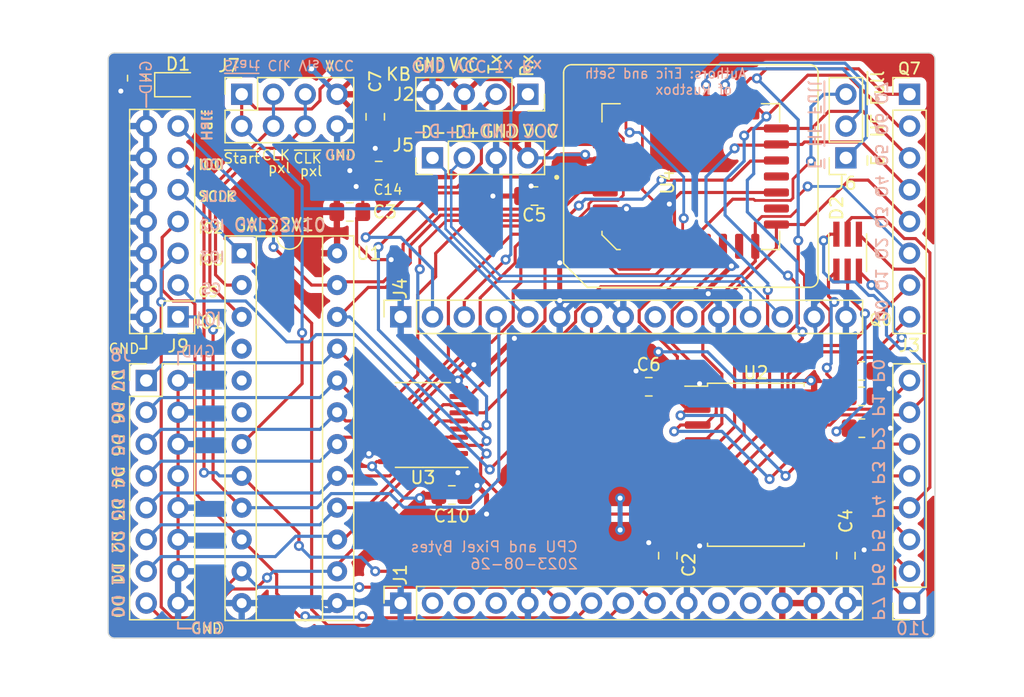
<source format=kicad_pcb>
(kicad_pcb (version 20221018) (generator pcbnew)
  (layers (0 "F.Cu" signal) (31 "B.Cu" signal) (34 "B.Paste" user) (35 "F.Paste" user) (36 "B.SilkS" user "B.Silkscreen") (37 "F.SilkS" user "F.Silkscreen") (38 "B.Mask" user) (39 "F.Mask" user) (44 "Edge.Cuts" user))
  (net 0 "")
  (net 1 "/D3")
  (net 2 "/D2")
  (net 3 "/D1")
  (net 4 "/D0")
  (net 5 "GND")
  (net 6 "/Full")
  (net 7 "/Q0")
  (net 8 "/Q1")
  (net 9 "/Q2")
  (net 10 "/Q3")
  (net 11 "/Q4")
  (net 12 "/Q5")
  (net 13 "/Q6")
  (net 14 "/Q7")
  (net 15 "/HalfFull")
  (net 16 "/Empty")
  (net 17 "VCC")
  (net 18 "/D7")
  (net 19 "/D6")
  (net 20 "/D5")
  (net 21 "/D4")
  (net 22 "/SIO0")
  (net 23 "/SIO1")
  (net 24 "/SIO2")
  (net 25 "/SIO3")
  (net 26 "/SCLK")
  (net 27 "/CS")
  (net 28 "/D-")
  (net 29 "/D+")
  (net 30 "/KB_{Tx}")
  (net 31 "/KB_{Rx}")
  (net 32 "/Clk")
  (net 33 "/P0")
  (net 34 "/P1")
  (net 35 "/P2")
  (net 36 "/P3")
  (net 37 "/P4")
  (net 38 "/P5")
  (net 39 "/P6")
  (net 40 "/P7")
  (net 41 "Net-(D1-K)")
  (net 42 "Net-(D2-RK)")
  (net 43 "Net-(D2-GK)")
  (net 44 "/Half")
  (net 45 "Net-(D2-BK)")
  (net 51 "/~{StartFrame}")
  (net 54 "/Vis")
  (net 55 "/Clk_{pixel}")
  (net 59 "/L7")
  (net 60 "/L6")
  (net 61 "/L5")
  (net 62 "/L4")
  (net 63 "/L3")
  (net 64 "/L2")
  (net 65 "/L1")
  (net 66 "/L0")
  (footprint "Package_SO:TSSOP-20_4.4x6.5mm_P0.65mm" (layer "F.Cu") (at -79.502 153.416 180)
    (fp_text reference "U3")
    (fp_text value "74AHCT244")
  )
  (footprint "Capacitor_SMD:C_0805_2012Metric_Pad1.18x1.45mm_HandSolder" (layer "F.Cu") (at -77.1945 159.004 180)
    (fp_text reference "C10")
    (fp_text value "100nF")
  )
  (footprint "Connector_PinSocket_2.54mm:PinSocket_1x04_P2.54mm_Vertical" (layer "F.Cu") (at -71.12 127 -90)
    (fp_text reference "J2")
    (fp_text value "Conn_01x04_Socket")
  )
  (footprint "Capacitor_SMD:C_0805_2012Metric_Pad1.18x1.45mm_HandSolder" (layer "F.Cu") (at -83.312 128.7995 -90)
    (fp_text reference "C7")
    (fp_text value "10uF")
  )
  (footprint "Connector_PinSocket_2.54mm:PinSocket_1x15_P2.54mm_Vertical" (layer "F.Cu") (at -81.28 167.64 90)
    (fp_text reference "J1")
    (fp_text value "Conn_01x15_Socket")
  )
  (footprint "Capacitor_SMD:C_0805_2012Metric_Pad1.18x1.45mm_HandSolder" (layer "F.Cu") (at -85.344 136.398 180)
    (fp_text reference "C3")
    (fp_text value "100nF")
  )
  (footprint "Connector_PinHeader_2.54mm:PinHeader_1x08_P2.54mm_Vertical" (layer "F.Cu") (at -40.64 127)
    (fp_text reference "J3")
    (fp_text value "Conn_01x08_Socket")
  )
  (footprint "plcc32:plcc32-socket" (layer "F.Cu") (at -58.1085 133.5277 90)
    (fp_text reference "U4")
    (fp_text value "IDT7205L12JG")
  )
  (footprint "Package_DIP:DIP-24_W7.62mm_Socket" (layer "F.Cu") (at -93.98 139.7)
    (fp_text reference "U1")
    (fp_text value "GAL22V10")
  )
  (footprint "Capacitor_SMD:C_0805_2012Metric_Pad1.18x1.45mm_HandSolder" (layer "F.Cu") (at -45.72 163.8515 -90)
    (fp_text reference "C4")
    (fp_text value "10uF")
  )
  (footprint "Resistor_SMD:R_0805_2012Metric_Pad1.20x1.40mm_HandSolder" (layer "F.Cu") (at -44.45 153.67)
    (fp_text reference "R6" hide)
    (fp_text value "R")
  )
  (footprint "Resistor_SMD:R_0805_2012Metric_Pad1.20x1.40mm_HandSolder" (layer "F.Cu") (at -44.466 149.098)
    (fp_text reference "R7" hide)
    (fp_text value "R")
  )
  (footprint "Capacitor_SMD:C_0805_2012Metric_Pad1.18x1.45mm_HandSolder" (layer "F.Cu") (at -61.463701 150.363701)
    (fp_text reference "C6")
    (fp_text value "100nF")
  )
  (footprint "Connector_PinHeader_2.54mm:PinHeader_1x04_P2.54mm_Vertical" (layer "F.Cu") (at -78.74 132.08 90)
    (fp_text reference "J5")
    (fp_text value "Conn_01x04_Pin")
  )
  (footprint "Resistor_SMD:R_0805_2012Metric_Pad1.20x1.40mm_HandSolder" (layer "F.Cu") (at -44.466 151.13)
    (fp_text reference "R8" hide)
    (fp_text value "R")
  )
  (footprint "Capacitor_SMD:C_0805_2012Metric_Pad1.18x1.45mm_HandSolder" (layer "F.Cu") (at -70.5905 135.128)
    (fp_text reference "C5")
    (fp_text value "100nF")
  )
  (footprint "Package_SO:SOIC-20W_7.5x12.8mm_P1.27mm" (layer "F.Cu") (at -52.91 156.591)
    (fp_text reference "U2")
    (fp_text value "74HCT574")
  )
  (footprint "LED_SMD:LED_0805_2012Metric_Pad1.15x1.40mm_HandSolder" (layer "F.Cu") (at -99.069 126.238)
    (fp_text reference "D1")
    (fp_text value "LED")
  )
  (footprint "Capacitor_SMD:C_0805_2012Metric_Pad1.18x1.45mm_HandSolder" (layer "F.Cu") (at -59.944 163.8515 -90)
    (fp_text reference "C2")
    (fp_text value "10uF")
  )
  (footprint "Connector_PinSocket_2.54mm:PinSocket_2x04_P2.54mm_Vertical" (layer "F.Cu") (at -93.98 127 90)
    (fp_text reference "J7")
    (fp_text value "Conn_02x04_Odd_Even")
  )
  (footprint "LED_SMD:LED_Avago_PLCC6_3x2.8mm" (layer "F.Cu") (at -45.582 139.651 90)
    (fp_text reference "D2")
    (fp_text value "LED_RGB")
  )
  (footprint "Connector_PinHeader_2.54mm:PinHeader_2x08_P2.54mm_Vertical" (layer "F.Cu") (at -101.6 149.86)
    (fp_text reference "J8")
    (fp_text value "Conn_02x08_Odd_Even")
  )
  (footprint "Connector_PinSocket_2.54mm:PinSocket_1x03_P2.54mm_Vertical" (layer "F.Cu") (at -45.72 132.08 180)
    (fp_text reference "J6")
    (fp_text value "Conn_01x03_Socket")
  )
  (footprint "Resistor_SMD:R_0805_2012Metric_Pad1.20x1.40mm_HandSolder" (layer "F.Cu") (at -102.362 125.714 -90)
    (fp_text reference "R4" hide)
    (fp_text value "R" hide)
  )
  (footprint "Connector_PinSocket_2.54mm:PinSocket_1x15_P2.54mm_Vertical" (layer "F.Cu") (at -81.28 144.78 90)
    (fp_text reference "J4")
    (fp_text value "Conn_01x15_Socket")
  )
  (footprint "Connector_PinHeader_2.54mm:PinHeader_2x07_P2.54mm_Vertical" (layer "F.Cu") (at -99.06 144.78 180)
    (fp_text reference "J9")
    (fp_text value "Conn_02x07_Odd_Even")
  )
  (footprint "Connector_PinSocket_2.54mm:PinSocket_1x08_P2.54mm_Vertical" (layer "F.Cu") (at -40.64 167.64 180)
    (fp_text reference "J10")
    (fp_text value "Conn_01x08_Socket")
  )
  (footprint "Capacitor_SMD:C_0805_2012Metric_Pad1.18x1.45mm_HandSolder" (layer "F.Cu") (at -83.0365 133.096)
    (fp_text reference "C14")
    (fp_text value "10uF")
  )
  (gr_line (start -99.06 169.672) (end -99.06 169.164) (stroke (width 0.15)) (layer "B.SilkS"))
  (gr_line (start -101.6 128.016) (end -101.6 127) (stroke (width 0.15)) (layer "B.SilkS"))
  (gr_line (start -98.806 147.574) (end -99.06 147.574) (stroke (width 0.15)) (layer "B.SilkS"))
  (gr_line (start -98.044 169.672) (end -99.06 169.672) (stroke (width 0.15)) (layer "B.SilkS"))
  (gr_line (start -99.06 147.574) (end -99.06 148.59) (stroke (width 0.15)) (layer "B.SilkS"))
  (gr_line (start -101.6 147.32) (end -102.108 147.32) (stroke (width 0.15)) (layer "F.SilkS"))
  (gr_line (start -99.06 169.672) (end -99.06 169.164) (stroke (width 0.15)) (layer "F.SilkS"))
  (gr_line (start -98.044 169.672) (end -99.06 169.672) (stroke (width 0.15)) (layer "F.SilkS"))
  (gr_line (start -101.6 146.304) (end -101.6 147.32) (stroke (width 0.15)) (layer "F.SilkS"))
  (gr_line (start -101.6 146.304) (end -101.6 147.32) (stroke (width 0.15)) (layer "F.SilkS"))
  (gr_line (start -104.14 170.434) (end -39.116 170.434) (stroke (width 0.1)) (layer "Edge.Cuts"))
  (gr_arc (start -104.648 124.206) (mid -104.49921 123.84679) (end -104.14 123.698) (stroke (width 0.1)) (layer "Edge.Cuts"))
  (gr_line (start -38.608 124.206) (end -38.608 169.926) (stroke (width 0.1)) (layer "Edge.Cuts"))
  (gr_line (start -39.116 123.698) (end -104.14 123.698) (stroke (width 0.1)) (layer "Edge.Cuts"))
  (gr_line (start -104.648 169.926) (end -104.648 124.206) (stroke (width 0.1)) (layer "Edge.Cuts"))
  (gr_arc (start -104.14 170.434) (mid -104.49921 170.28521) (end -104.648 169.926) (stroke (width 0.1)) (layer "Edge.Cuts"))
  (gr_arc (start -39.116 123.698) (mid -38.75679 123.84679) (end -38.608 124.206) (stroke (width 0.1)) (layer "Edge.Cuts"))
  (gr_arc (start -38.608 169.926) (mid -38.75679 170.28521) (end -39.116 170.434) (stroke (width 0.1)) (layer "Edge.Cuts"))
  (gr_text "IO1" (at -95.504 145.542) (layer "B.SilkS") (effects (font (size 1 0.9)) (justify left bottom mirror)))
  (gr_text "P7 P6 P5 P4 P3 P2 P1 P0" (at -43.688 169.164 270) (layer "B.SilkS") (effects (font (size 0.9 1)) (justify left bottom mirror)))
  (gr_text "CS" (at -95.504 143.002) (layer "B.SilkS") (effects (font (size 0.8 0.8)) (justify left bottom mirror)))
  (gr_text "GAL22V10" (at -90.932 137.414 180) (layer "B.SilkS") (effects (font (size 1 1)) (justify mirror)))
  (gr_text "D0 D1 D2 D3 D4 D5 D6 D7" (at -103.886 168.91 -90) (layer "B.SilkS") (effects (font (size 0.9 0.95)) (justify left mirror)))
  (gr_text "CPU and Pixel Bytes \n2023-08-26" (at -67.056 163.83) (layer "B.SilkS") (effects (font (size 0.85 0.85) (thickness 0.12)) (justify left mirror)))
  (gr_text "GND" (at -95.25 170.18) (layer "B.SilkS") (effects (font (size 0.9 0.9) (thickness 0.12)) (justify left bottom mirror)))
  (gr_text "D+" (at -75.438 130.556) (layer "B.SilkS") (effects (font (size 1 1)) (justify left bottom mirror)))
  (gr_text "GND" (at -96.012 148.082) (layer "B.SilkS") (effects (font (size 0.9 0.9) (thickness 0.12)) (justify left bottom mirror)))
  (gr_text "SCLK" (at -94.236476 135.636) (layer "B.SilkS") (effects (font (size 0.8 0.8)) (justify left bottom mirror)))
  (gr_text "VCC" (at -87.376 124.206 180) (layer "B.SilkS") (effects (font (size 0.8 0.8) (thickness 0.12)) (justify left bottom mirror)))
  (gr_text "~{Start} Clk Vis" (at -95.504 124.206 180) (layer "B.SilkS") (effects (font (size 0.8 0.8) (thickness 0.12)) (justify left bottom mirror)))
  (gr_text "IO3" (at -95.25 140.462) (layer "B.SilkS") (effects (font (size 0.8 0.8)) (justify left bottom mirror)))
  (gr_text "IO2" (at -95.25 137.922) (layer "B.SilkS") (effects (font (size 0.8 0.8)) (justify left bottom mirror)))
  (gr_text "Authors: Eric and Seth\n  of Rustbox" (at -53.594 125.984) (layer "B.SilkS") (effects (font (size 0.8 0.75) (thickness 0.12)) (justify left mirror)))
  (gr_text "~{Full}" (at -48.26 128.778 -90) (layer "B.SilkS") (effects (font (size 1 1)) (justify left mirror)))
  (gr_text "~{HF}" (at -48.26 131.318 -90) (layer "B.SilkS") (effects (font (size 1 1)) (justify left mirror)))
  (gr_text "GND" (at -71.882 130.556) (layer "B.SilkS") (effects (font (size 1 1)) (justify left bottom mirror)))
  (gr_text "GND" (at -84.836 132.334) (layer "B.SilkS") (effects (font (size 0.8 0.8) (thickness 0.12)) (justify left bottom mirror)))
  (gr_text "GND VCC Tx Rx" (at -80.518 124.206 180) (layer "B.SilkS") (effects (font (size 0.9 0.9)) (justify left bottom mirror)))
  (gr_text "VCC" (at -68.58 130.556) (layer "B.SilkS") (effects (font (size 1 1)) (justify left bottom mirror)))
  (gr_text "D-" (at -77.978 130.556) (layer "B.SilkS") (effects (font (size 1 1)) (justify left bottom mirror)))
  (gr_text "Half" (at -97.282 130.81 -90) (layer "B.SilkS") (effects (font (size 0.8 0.8)) (justify left bottom mirror)))
  (gr_text "~{E}" (at -48.26 133.096 -90) (layer "B.SilkS") (effects (font (size 1 1)) (justify left mirror)))
  (gr_text "GND" (at -101.092 124.206 90) (layer "B.SilkS") (effects (font (size 0.9 0.9) (thickness 0.12)) (justify left bottom mirror)))
  (gr_text "Q0 Q1 Q2 Q3 Q4 Q5 Q6 Q7" (at -43.434 145.288 270) (layer "B.SilkS") (effects (font (size 0.9 0.9)) (justify left bottom mirror)))
  (gr_text "IO0" (at -95.25 133.096) (layer "B.SilkS") (effects (font (size 0.8 0.8)) (justify left bottom mirror)))
  (gr_text "~{HF}" (at -43.18 130.556 90) (layer "F.SilkS") (effects (font (size 1 1)) (justify left)))
  (gr_text "~{CLK}" (at -89.916 132.588) (layer "F.SilkS") (effects (font (size 0.8 0.8) (thickness 0.12)) (justify left bottom)))
  (gr_text "Tx" (at -73.152 125.476 90) (layer "F.SilkS") (effects (font (size 1 1)) (justify left bottom)))
  (gr_text "Rx" (at -70.612 125.73 90) (layer "F.SilkS") (effects (font (size 1 1)) (justify left bottom)))
  (gr_text "D- D+" (at -79.756 130.556) (layer "F.SilkS") (effects (font (size 0.9 0.9)) (justify left bottom)))
  (gr_text "IO2" (at -97.536 138.176) (layer "F.SilkS") (effects (font (size 0.8 0.8)) (justify left bottom)))
  (gr_text "VCC" (at -71.628 130.556) (layer "F.SilkS") (effects (font (size 1 1)) (justify left bottom)))
  (gr_text "VCC" (at -87.376 125.222) (layer "F.SilkS") (effects (font (size 0.8 0.8) (thickness 0.12)) (justify left bottom)))
  (gr_text "Q0" (at -43.942 145.542) (layer "F.SilkS") (effects (font (size 0.9 0.9)) (justify left bottom)))
  (gr_text "IO3" (at -97.536 140.716) (layer "F.SilkS") (effects (font (size 0.8 0.8)) (justify left bottom)))
  (gr_text "GND" (at -87.376 132.334) (layer "F.SilkS") (effects (font (size 0.8 0.8) (thickness 0.12)) (justify left bottom)))
  (gr_text "Q7" (at -41.656 125.476) (layer "F.SilkS") (effects (font (size 0.9 0.9)) (justify left bottom)))
  (gr_text "~{E}" (at -43.18 132.842 90) (layer "F.SilkS") (effects (font (size 1 1)) (justify left)))
  (gr_text "IO0" (at -97.536 133.096) (layer "F.SilkS") (effects (font (size 0.8 0.8)) (justify left bottom)))
  (gr_text "Half" (at -96.266 130.81 90) (layer "F.SilkS") (effects (font (size 0.8 0.8)) (justify left bottom)))
  (gr_text "~{Full}" (at -43.18 128.016 90) (layer "F.SilkS") (effects (font (size 1 1)) (justify left)))
  (gr_text "KB" (at -82.55 125.984) (layer "F.SilkS") (effects (font (size 1 1)) (justify left bottom)))
  (gr_text "pxl" (at -89.408 133.604) (layer "F.SilkS") (effects (font (size 0.8 0.8) (thickness 0.12)) (justify left bottom)))
  (gr_text "GND" (at -103.378 147.32) (layer "F.SilkS") (effects (font (size 0.8 0.8) (thickness 0.12))))
  (gr_text "GND" (at -74.93 130.556) (layer "F.SilkS") (effects (font (size 1 1)) (justify left bottom)))
  (gr_text "GND" (at -80.264 125.222) (layer "F.SilkS") (effects (font (size 1 0.8)) (justify left bottom)))
  (gr_text "CLK" (at -92.456 132.334) (layer "F.SilkS") (effects (font (size 0.8 0.8) (thickness 0.12)) (justify left bottom)))
  (gr_text "IO1" (at -97.79 145.796) (layer "F.SilkS") (effects (font (size 1 0.9)) (justify left bottom)))
  (gr_text "GND" (at -96.774 169.672) (layer "F.SilkS") (effects (font (size 0.8 0.8) (thickness 0.12))))
  (gr_text "SCLK" (at -97.536 135.636) (layer "F.SilkS") (effects (font (size 0.8 0.8)) (justify left bottom)))
  (gr_text "VCC" (at -77.47 125.222) (layer "F.SilkS") (effects (font (size 1 0.8)) (justify left bottom)))
  (gr_text "pxl" (at -91.948 133.35) (layer "F.SilkS") (effects (font (size 0.8 0.8) (thickness 0.12)) (justify left bottom)))
  (gr_text "CS" (at -97.536 143.256) (layer "F.SilkS") (effects (font (size 0.8 0.8)) (justify left bottom)))
  (gr_text "~{Start}" (at -95.504 132.588) (layer "F.SilkS") (effects (font (size 0.8 0.8) (thickness 0.12)) (justify left bottom)))
  (gr_text "D7 D6 D5 D4 D3 D2 D1 D0" (at -103.886 148.844 -90) (layer "F.SilkS") (effects (font (size 0.9 0.95)) (justify left)))
  (segment (start -82.164959 157.48) (end -79.248 154.563041) (width 0.25) (layer "F.Cu") (net 1))
  (segment (start -79.248 153.162) (end -77.877 151.791) (width 0.25) (layer "F.Cu") (net 1))
  (segment (start -86.36 157.48) (end -82.164959 157.48) (width 0.25) (layer "F.Cu") (net 1))
  (segment (start -77.877 151.791) (end -76.6395 151.791) (width 0.25) (layer "F.Cu") (net 1))
  (segment (start -79.248 154.563041) (end -79.248 153.162) (width 0.25) (layer "F.Cu") (net 1))
  (segment (start -101.6 160.02) (end -100.425 158.845) (width 0.25) (layer "B.Cu") (net 1))
  (segment (start -100.425 158.845) (end -87.725 158.845) (width 0.25) (layer "B.Cu") (net 1))
  (segment (start -87.725 158.845) (end -86.36 157.48) (width 0.25) (layer "B.Cu") (net 1))
  (segment (start -78.798 154.749437) (end -78.798 153.67) (width 0.25) (layer "F.Cu") (net 2))
  (segment (start -86.36 160.02) (end -84.068563 160.02) (width 0.25) (layer "F.Cu") (net 2))
  (segment (start -78.798 153.67) (end -78.219 153.091) (width 0.25) (layer "F.Cu") (net 2))
  (segment (start -84.068563 160.02) (end -78.798 154.749437) (width 0.25) (layer "F.Cu") (net 2))
  (segment (start -78.219 153.091) (end -76.6395 153.091) (width 0.25) (layer "F.Cu") (net 2))
  (segment (start -87.725 161.385) (end -86.36 160.02) (width 0.25) (layer "B.Cu") (net 2))
  (segment (start -101.6 162.56) (end -100.425 161.385) (width 0.25) (layer "B.Cu") (net 2))
  (segment (start -100.425 161.385) (end -87.725 161.385) (width 0.25) (layer "B.Cu") (net 2))
  (segment (start -86.36 162.56) (end -85.852 162.56) (width 0.25) (layer "F.Cu") (net 3))
  (segment (start -77.683 154.391) (end -76.6395 154.391) (width 0.25) (layer "F.Cu") (net 3))
  (segment (start -85.852 162.56) (end -77.683 154.391) (width 0.25) (layer "F.Cu") (net 3))
  (segment (start -100.425 163.925) (end -91.290305 163.925) (width 0.25) (layer "B.Cu") (net 3))
  (segment (start -89.671305 162.306) (end -86.614 162.306) (width 0.25) (layer "B.Cu") (net 3))
  (segment (start -101.6 165.1) (end -100.425 163.925) (width 0.25) (layer "B.Cu") (net 3))
  (segment (start -86.614 162.306) (end -86.36 162.56) (width 0.25) (layer "B.Cu") (net 3))
  (segment (start -91.290305 163.925) (end -89.671305 162.306) (width 0.25) (layer "B.Cu") (net 3))
  (segment (start -92.855 166.515) (end -94.758604 166.515) (width 0.25) (layer "F.Cu") (net 4))
  (segment (start -86.36 164.592) (end -79.756 157.988) (width 0.25) (layer "F.Cu") (net 4))
  (segment (start -97.661604 169.418) (end -99.822 169.418) (width 0.25) (layer "F.Cu") (net 4))
  (segment (start -94.758604 166.515) (end -97.661604 169.418) (width 0.25) (layer "F.Cu") (net 4))
  (segment (start -79.756 157.226) (end -78.221 155.691) (width 0.25) (layer "F.Cu") (net 4))
  (segment (start -91.952299 165.612299) (end -92.855 166.515) (width 0.25) (layer "F.Cu") (net 4))
  (segment (start -78.221 155.691) (end -76.6395 155.691) (width 0.25) (layer "F.Cu") (net 4))
  (segment (start -86.36 165.1) (end -86.36 164.592) (width 0.25) (layer "F.Cu") (net 4))
  (segment (start -79.756 157.988) (end -79.756 157.226) (width 0.25) (layer "F.Cu") (net 4))
  (segment (start -99.822 169.418) (end -101.6 167.64) (width 0.25) (layer "F.Cu") (net 4))
  (via (at -91.952299 165.612299) (size 0.8) (drill 0.4) (layers "F.Cu" "B.Cu") (net 4))
  (segment (start -91.44 165.1) (end -86.36 165.1) (width 0.25) (layer "B.Cu") (net 4))
  (segment (start -91.44 165.1) (end -91.952299 165.612299) (width 0.25) (layer "B.Cu") (net 4))
  (segment (start -56.71515 142.56715) (end -54.864 140.716) (width 0.4) (layer "F.Cu") (net 5))
  (segment (start -83.566 140.208) (end -82.042 140.208) (width 0.25) (layer "F.Cu") (net 5))
  (segment (start -59.41475 139.141) (end -59.41475 136.177864) (width 0.25) (layer "F.Cu") (net 5))
  (segment (start -84.799 136.8905) (end -84.799 138.975) (width 0.25) (layer "F.Cu") (net 5))
  (segment (start -71.628 135.128) (end -73.914 135.128) (width 0.4) (layer "F.Cu") (net 5))
  (segment (start -76.6395 157.1575) (end -76.708 157.226) (width 0.25) (layer "F.Cu") (net 5))
  (segment (start -99.06 157.48) (end -99.06 154.94) (width 0.25) (layer "F.Cu") (net 5))
  (segment (start -74.422 159.004) (end -74.422 160.528) (width 0.4) (layer "F.Cu") (net 5))
  (segment (start -43.466 149.098) (end -42.672 149.098) (width 0.25) (layer "F.Cu") (net 5))
  (segment (start -84.799 138.975) (end -83.566 140.208) (width 0.25) (layer "F.Cu") (net 5))
  (segment (start -44.843786 162.814) (end -44.265893 163.391893) (width 0.25) (layer "F.Cu") (net 5))
  (segment (start -59.41475 136.177864) (end -59.823307 135.769307) (width 0.25) (layer "F.Cu") (net 5))
  (segment (start -42.672 149.098) (end -42.164 148.59) (width 0.25) (layer "F.Cu") (net 5))
  (segment (start -76.6395 150.491) (end -76.6395 149.937098) (width 0.25) (layer "F.Cu") (net 5))
  (segment (start -84.074 133.096) (end -85.344 133.096) (width 0.25) (layer "F.Cu") (net 5))
  (segment (start -75.433701 148.594299) (end -74.297197 148.594299) (width 0.4) (layer "F.Cu") (net 5))
  (segment (start -84.3065 136.398) (end -84.799 136.8905) (width 0.25) (layer "F.Cu") (net 5))
  (segment (start -99.06 162.56) (end -99.06 160.02) (width 0.25) (layer "F.Cu") (net 5))
  (segment (start -84.3065 136.398) (end -84.3065 134.8955) (width 0.25) (layer "F.Cu") (net 5))
  (segment (start -83.312 129.837) (end -83.312 131.318) (width 0.25) (layer "F.Cu") (net 5))
  (segment (start -61.468 162.814) (end -59.944 162.814) (width 0.25) (layer "F.Cu") (net 5))
  (segment (start -56.71515 142.928851) (end -56.71515 142.56715) (width 0.4) (layer "F.Cu") (net 5))
  (segment (start -75.184 158.242) (end -74.422 159.004) (width 0.4) (layer "F.Cu") (net 5))
  (segment (start -57.404 150.122598) (end -57.408299 150.118299) (width 0.25) (layer "F.Cu") (net 5))
  (segment (start -45.72 162.814) (end -44.843786 162.814) (width 0.25) (layer "F.Cu") (net 5))
  (segment (start -102.362 126.714) (end -103.6 126.714) (width 0.25) (layer "F.Cu") (net 5))
  (segment (start -74.297197 148.594299) (end -72.198449 146.495551) (width 0.4) (layer "F.Cu") (net 5))
  (segment (start -76.708 149.868598) (end -75.433701 148.594299) (width 0.4) (layer "F.Cu") (net 5))
  (segment (start -71.628 135.0905) (end -70.866 134.3285) (width 0.4) (layer "F.Cu") (net 5))
  (segment (start -82.3645 155.691) (end -83.809 155.691) (width 0.25) (layer "F.Cu") (net 5))
  (segment (start -57.404 150.876) (end -57.404 150.122598) (width 0.25) (layer "F.Cu") (net 5))
  (segment (start -51.271 134.844368) (end -58.898368 134.844368) (width 0.25) (layer "F.Cu") (net 5))
  (segment (start -75.946 159.004) (end -75.184 158.242) (width 0.25) (layer "F.Cu") (net 5))
  (segment (start -76.157 159.004) (end -75.946 159.004) (width 0.25) (layer "F.Cu") (net 5))
  (segment (start -84.3065 134.8955) (end -84.836 134.366) (width 0.25) (layer "F.Cu") (net 5))
  (segment (start -68.58 143.4725) (end -68.58 140.462) (width 0.4) (layer "F.Cu") (net 5))
  (segment (start -58.898368 134.844368) (end -59.823307 135.769307) (width 0.25) (layer "F.Cu") (net 5))
  (segment (start -83.809 155.691) (end -83.82 155.702) (width 0.25) (layer "F.Cu") (net 5))
  (segment (start -99.06 149.86) (end -99.06 152.4) (width 0.25) (layer "F.Cu") (net 5))
  (segment (start -99.06 160.02) (end -99.06 157.48) (width 0.25) (layer "F.Cu") (net 5))
  (segment (start -57.404 162.306) (end -57.404 163.068) (width 0.25) (layer "F.Cu") (net 5))
  (segment (start -99.06 165.1) (end -99.06 162.56) (width 0.25) (layer "F.Cu") (net 5))
  (segment (start -43.466 151.13) (end -42.877426 151.13) (width 0.25) (layer "F.Cu") (net 5))
  (segment (start -42.877426 151.13) (end -42.266713 150.519287) (width 0.25) (layer "F.Cu") (net 5))
  (segment (start -76.6395 149.937098) (end -76.708 149.868598) (width 0.25) (layer "F.Cu") (net 5))
  (segment (start -103.6 126.714) (end -103.632 126.746) (width 0.25) (layer "F.Cu") (net 5))
  (segment (start -62.501201 150.363701) (end -62.501201 149.115201) (width 0.25) (layer "F.Cu") (net 5))
  (segment (start -99.06 167.64) (end -99.06 165.1) (width 0.25) (layer "F.Cu") (net 5))
  (segment (start -99.06 154.94) (end -99.06 152.4) (width 0.25) (layer "F.Cu") (net 5))
  (segment (start -71.628 135.128) (end -71.628 135.0905) (width 0.25) (layer "F.Cu") (net 5))
  (segment (start -64.946 136.123534) (end -63.266466 136.123534) (width 0.25) (layer "F.Cu") (net 5))
  (segment (start -43.45 153.67) (end -42.164 153.67) (width 0.25) (layer "F.Cu") (net 5))
  (segment (start -76.6395 156.341) (end -76.6395 157.1575) (width 0.25) (layer "F.Cu") (net 5))
  (via (at -42.266713 150.519287) (size 0.8) (drill 0.4) (layers "F.Cu" "B.Cu") (net 5))
  (via (at -63.246 136.144) (size 0.8) (drill 0.4) (layers "F.Cu" "B.Cu") (net 5))
  (via (at -75.184 158.242) (size 0.8) (drill 0.4) (layers "F.Cu" "B.Cu") (net 5))
  (via (at -76.708 157.226) (size 0.8) (drill 0.4) (layers "F.Cu" "B.Cu") (net 5))
  (via (at -75.433701 148.594299) (size 0.8) (drill 0.4) (layers "F.Cu" "B.Cu") (net 5))
  (via (at -72.198449 146.495551) (size 0.8) (drill 0.4) (layers "F.Cu" "B.Cu") (net 5))
  (via (at -82.042 140.208) (size 0.8) (drill 0.4) (layers "F.Cu" "B.Cu") (net 5))
  (via (at -68.58 140.462) (size 0.8) (drill 0.4) (layers "F.Cu" "B.Cu") (net 5))
  (via (at -62.484 149.098) (size 0.8) (drill 0.4) (layers "F.Cu" "B.Cu") (net 5))
  (via (at -103.632 126.746) (size 0.8) (drill 0.4) (layers "F.Cu" "B.Cu") (net 5))
  (via (at -73.914 135.128) (size 0.8) (drill 0.4) (layers "F.Cu" "B.Cu") (net 5))
  (via (at -54.864 140.716) (size 0.8) (drill 0.4) (layers "F.Cu" "B.Cu") (net 5))
  (via (at -42.164 153.67) (size 0.8) (drill 0.4) (layers "F.Cu" "B.Cu") (net 5))
  (via (at -84.836 134.366) (size 0.8) (drill 0.4) (layers "F.Cu" "B.Cu") (net 5))
  (via (at -57.404 163.068) (size 0.8) (drill 0.4) (layers "F.Cu" "B.Cu") (net 5))
  (via (at -57.408299 150.118299) (size 0.8) (drill 0.4) (layers "F.Cu" "B.Cu") (net 5))
  (via (at -85.344 133.096) (size 0.8) (drill 0.4) (layers "F.Cu" "B.Cu") (net 5))
  (via (at -59.823307 135.769307) (size 0.8) (drill 0.4) (layers "F.Cu" "B.Cu") (net 5))
  (via (at -76.708 149.868598) (size 0.8) (drill 0.4) (layers "F.Cu" "B.Cu") (net 5))
  (via (at -74.422 160.528) (size 0.8) (drill 0.4) (layers "F.Cu" "B.Cu") (net 5))
  (via (at -68.58 143.4725) (size 0.8) (drill 0.4) (layers "F.Cu" "B.Cu") (net 5))
  (via (at -56.71515 142.928851) (size 0.8) (drill 0.4) (layers "F.Cu" "B.Cu") (net 5))
  (via (at -61.468 162.814) (size 0.8) (drill 0.4) (layers "F.Cu" "B.Cu") (net 5))
  (via (at -83.312 131.318) (size 0.8) (drill 0.4) (layers "F.Cu" "B.Cu") (net 5))
  (via (at -42.164 148.59) (size 0.8) (drill 0.4) (layers "F.Cu" "B.Cu") (net 5))
  (via (at -70.866 134.3285) (size 0.8) (drill 0.4) (layers "F.Cu" "B.Cu") (net 5))
  (via (at -44.265893 163.391893) (size 0.8) (drill 0.4) (layers "F.Cu" "B.Cu") (net 5))
  (via (at -83.82 155.702) (size 0.8) (drill 0.4) (layers "F.Cu" "B.Cu") (net 5))
  (segment (start -67.564 143.4725) (end -68.58 143.4725) (width 0.4) (layer "B.Cu") (net 5))
  (segment (start -63.5 144.78) (end -64.8075 143.4725) (width 0.4) (layer "B.Cu") (net 5))
  (segment (start -67.564 143.764) (end -67.564 143.4725) (width 0.4) (layer "B.Cu") (net 5))
  (segment (start -45.72 143.256) (end -45.72 144.78) (width 0.4) (layer "B.Cu") (net 5))
  (segment (start -87.722012 167.893988) (end -89.154 167.893988) (width 0.4) (layer "B.Cu") (net 5))
  (segment (start -55.88 144.78) (end -55.88 143.764) (width 0.4) (layer "B.Cu") (net 5))
  (segment (start -48.26 144.78) (end -48.26 143.764) (width 0.4) (layer "B.Cu") (net 5))
  (segment (start -68.58 144.78) (end -67.564 143.764) (width 0.4) (layer "B.Cu") (net 5))
  (segment (start -47.283529 142.787529) (end -46.188471 142.787529) (width 0.4) (layer "B.Cu") (net 5))
  (segment (start -46.188471 142.787529) (end -45.72 143.256) (width 0.4) (layer "B.Cu") (net 5))
  (segment (start -56.715149 142.928851) (end -56.71515 142.928851) (width 0.4) (layer "B.Cu") (net 5))
  (segment (start -86.96 168.24) (end -87.376 168.24) (width 0.4) (layer "B.Cu") (net 5))
  (segment (start -89.154 167.893988) (end -89.407988 167.64) (width 0.4) (layer "B.Cu") (net 5))
  (segment (start -86.36 167.64) (end -86.96 168.24) (width 0.4) (layer "B.Cu") (net 5))
  (segment (start -55.88 143.764) (end -56.715149 142.928851) (width 0.4) (layer "B.Cu") (net 5))
  (segment (start -68.58 144.78) (end -68.58 143.4725) (width 0.4) (layer "B.Cu") (net 5))
  (segment (start -64.8075 143.4725) (end -67.564 143.4725) (width 0.4) (layer "B.Cu") (net 5))
  (segment (start -48.26 143.764) (end -47.283529 142.787529) (width 0.4) (layer "B.Cu") (net 5))
  (segment (start -87.376 168.24) (end -87.722012 167.893988) (width 0.4) (layer "B.Cu") (net 5))
  (segment (start -89.407988 167.64) (end -93.98 167.64) (width 0.4) (layer "B.Cu") (net 5))
  (segment (start -93.7265 167.8935) (end -93.98 167.64) (width 0.4) (layer "B.Cu") (net 5))
  (segment (start -54.762679 135.382) (end -53.848 135.382) (width 0.25) (layer "F.Cu") (net 6))
  (segment (start -49.95 133.77) (end -48.514 132.334) (width 0.22) (layer "F.Cu") (net 6))
  (segment (start -52.988632 135.479368) (end -50.135368 135.479368) (width 0.22) (layer "F.Cu") (net 6))
  (segment (start -49.95 135.294) (end -49.95 133.77) (width 0.22) (layer "F.Cu") (net 6))
  (segment (start -58.1235 138.742821) (end -54.762679 135.382) (width 0.25) (layer "F.Cu") (net 6))
  (segment (start -53.848 135.382) (end -53.086 135.382) (width 0.22) (layer "F.Cu") (net 6))
  (segment (start -50.135368 135.479368) (end -49.95 135.294) (width 0.22) (layer "F.Cu") (net 6))
  (segment (start -53.086 135.382) (end -52.988632 135.479368) (width 0.22) (layer "F.Cu") (net 6))
  (via (at -48.514 132.334) (size 0.8) (drill 0.4) (layers "F.Cu" "B.Cu") (net 6))
  (segment (start -47.498 127) (end -45.72 127) (width 0.25) (layer "B.Cu") (net 6))
  (segment (start -48.514 132.334) (end -48.514 128.016) (width 0.25) (layer "B.Cu") (net 6))
  (segment (start -48.514 128.016) (end -47.498 127) (width 0.25) (layer "B.Cu") (net 6))
  (segment (start -60.152396 142.828) (end -58.040396 140.716) (width 0.25) (layer "F.Cu") (net 7))
  (segment (start -43.434 147.574) (end -47.752 147.574) (width 0.25) (layer "F.Cu") (net 7))
  (segment (start -59.182 151.384) (end -59.182 147.956396) (width 0.25) (layer "F.Cu") (net 7))
  (segment (start -58.42 152.146) (end -58.928 152.654) (width 0.25) (layer "F.Cu") (net 7))
  (segment (start -59.182 147.956396) (end -60.834396 146.304) (width 0.25) (layer "F.Cu") (net 7))
  (segment (start -61.097701 146.304) (end -62.23 145.171701) (width 0.25) (layer "F.Cu") (net 7))
  (segment (start -58.42 152.146) (end -57.404 152.146) (width 0.25) (layer "F.Cu") (net 7))
  (segment (start -62.23 144.272) (end -60.786 142.828) (width 0.25) (layer "F.Cu") (net 7))
  (segment (start -62.23 145.171701) (end -62.23 144.272) (width 0.25) (layer "F.Cu") (net 7))
  (segment (start -56.83225 140.39825) (end -56.83225 139.141) (width 0.25) (layer "F.Cu") (net 7))
  (segment (start -60.834396 146.304) (end -61.097701 146.304) (width 0.25) (layer "F.Cu") (net 7))
  (segment (start -58.42 152.146) (end -59.182 151.384) (width 0.25) (layer "F.Cu") (net 7))
  (segment (start -49.9 156.843305) (end -50.541347 157.484653) (width 0.25) (layer "F.Cu") (net 7))
  (segment (start -58.040396 140.716) (end -57.15 140.716) (width 0.25) (layer "F.Cu") (net 7))
  (segment (start -47.752 147.574) (end -49.9 149.722) (width 0.25) (layer "F.Cu") (net 7))
  (segment (start -60.786 142.828) (end -60.152396 142.828) (width 0.25) (layer "F.Cu") (net 7))
  (segment (start -57.15 140.716) (end -56.83225 140.39825) (width 0.25) (layer "F.Cu") (net 7))
  (segment (start -40.64 144.78) (end -43.434 147.574) (width 0.25) (layer "F.Cu") (net 7))
  (segment (start -49.9 149.722) (end -49.9 156.843305) (width 0.25) (layer "F.Cu") (net 7))
  (via (at -50.541347 157.484653) (size 0.8) (drill 0.4) (layers "F.Cu" "B.Cu") (net 7))
  (via (at -58.928 152.654) (size 0.8) (drill 0.4) (layers "F.Cu" "B.Cu") (net 7))
  (segment (start -58.928 152.654) (end -55.372 152.654) (width 0.25) (layer "B.Cu") (net 7))
  (segment (start -55.372 152.654) (end -50.541347 157.484653) (width 0.25) (layer "B.Cu") (net 7))
  (segment (start -51.816 157.734) (end -50.35 156.268) (width 0.25) (layer "F.Cu") (net 8))
  (segment (start -45.466 147.066) (end -40.64 142.24) (width 0.25) (layer "F.Cu") (net 8))
  (segment (start -59.595 146.907) (end -59.595 144.293299) (width 0.25) (layer "F.Cu") (net 8))
  (segment (start -56.079 150.423) (end -59.595 146.907) (width 0.25) (layer "F.Cu") (net 8))
  (segment (start -57.002249 153.416) (end -56.079 152.492751) (width 0.25) (layer "F.Cu") (net 8))
  (segment (start -59.595 144.293299) (end -58.208701 142.907) (width 0.25) (layer "F.Cu") (net 8))
  (segment (start -58.928 153.416) (end -59.436 153.924) (width 0.25) (layer "F.Cu") (net 8))
  (segment (start -56.079 152.492751) (end -56.079 150.423) (width 0.25) (layer "F.Cu") (net 8))
  (segment (start -50.35 156.268) (end -50.35 149.41) (width 0.25) (layer "F.Cu") (net 8))
  (segment (start -57.404 153.416) (end -58.928 153.416) (width 0.25) (layer "F.Cu") (net 8))
  (segment (start -50.35 149.41) (end -48.006 147.066) (width 0.25) (layer "F.Cu") (net 8))
  (segment (start -58.208701 142.907) (end -58.071 142.907) (width 0.25) (layer "F.Cu") (net 8))
  (segment (start -57.404 153.416) (end -57.002249 153.416) (width 0.25) (layer "F.Cu") (net 8))
  (segment (start -48.006 147.066) (end -45.466 147.066) (width 0.25) (layer "F.Cu") (net 8))
  (segment (start -58.071 142.907) (end -55.541 140.377) (width 0.25) (layer "F.Cu") (net 8))
  (segment (start -55.541 140.377) (end -55.541 139.141) (width 0.25) (layer "F.Cu") (net 8))
  (via (at -51.816 157.734) (size 0.8) (drill 0.4) (layers "F.Cu" "B.Cu") (net 8))
  (via (at -59.436 153.924) (size 0.8) (drill 0.4) (layers "F.Cu" "B.Cu") (net 8))
  (segment (start -55.626 153.924) (end -51.816 157.734) (width 0.25) (layer "B.Cu") (net 8))
  (segment (start -59.436 153.924) (end -55.626 153.924) (width 0.25) (layer "B.Cu") (net 8))
  (segment (start -49.53 136.144) (end -49.53 135.119402) (width 0.22) (layer "F.Cu") (net 9))
  (segment (start -57.15 144.388299) (end -55.763701 143.002) (width 0.25) (layer "F.Cu") (net 9))
  (segment (start -55.763701 143.002) (end -55.626 143.002) (width 0.25) (layer "F.Cu") (net 9))
  (segment (start -52.9585 139.141) (end -52.9585 137.2865) (width 0.25) (layer "F.Cu") (net 9))
  (segment (start -55.626 143.002) (end -52.9585 140.3345) (width 0.25) (layer "F.Cu") (net 9))
  (segment (start -52.9585 140.3345) (end -52.9585 139.141) (width 0.25) (layer "F.Cu") (net 9))
  (segment (start -55.629 149.349) (end -57.15 147.828) (width 0.25) (layer "F.Cu") (net 9))
  (segment (start -57.002249 154.686) (end -55.629 153.312751) (width 0.25) (layer "F.Cu") (net 9))
  (segment (start -52.9585 137.2865) (end -52.430534 136.758534) (width 0.22) (layer "F.Cu") (net 9))
  (segment (start -55.629 153.312751) (end -55.629 149.349) (width 0.25) (layer "F.Cu") (net 9))
  (segment (start -52.430534 136.758534) (end -50.144534 136.758534) (width 0.22) (layer "F.Cu") (net 9))
  (segment (start -49.53 135.119402) (end -48.772299 134.361701) (width 0.22) (layer "F.Cu") (net 9))
  (segment (start -57.404 154.686) (end -57.002249 154.686) (width 0.25) (layer "F.Cu") (net 9))
  (segment (start -57.15 147.828) (end -57.15 144.388299) (width 0.25) (layer "F.Cu") (net 9))
  (segment (start -50.144534 136.758534) (end -49.53 136.144) (width 0.22) (layer "F.Cu") (net 9))
  (via (at -48.772299 134.361701) (size 0.8) (drill 0.4) (layers "F.Cu" "B.Cu") (net 9))
  (segment (start -48.772299 134.361701) (end -45.978299 134.361701) (width 0.22) (layer "B.Cu") (net 9))
  (segment (start -45.978299 134.361701) (end -40.64 139.7) (width 0.22) (layer "B.Cu") (net 9))
  (segment (start -40.64 137.16) (end -43.942 133.858) (width 0.25) (layer "F.Cu") (net 10))
  (segment (start -51.271 139.283396) (end -51.271 137.4027) (width 0.25) (layer "F.Cu") (net 10))
  (segment (start -49.022 137.414) (end -45.466 133.858) (width 0.25) (layer "F.Cu") (net 10))
  (segment (start -54.61 153.563751) (end -54.61 142.622396) (width 0.25) (layer "F.Cu") (net 10))
  (segment (start -57.404 155.956) (end -57.002249 155.956) (width 0.25) (layer "F.Cu") (net 10))
  (segment (start -49.0333 137.4027) (end -49.022 137.414) (width 0.25) (layer "F.Cu") (net 10))
  (segment (start -54.61 142.622396) (end -51.271 139.283396) (width 0.25) (layer "F.Cu") (net 10))
  (segment (start -51.271 137.4027) (end -49.0333 137.4027) (width 0.25) (layer "F.Cu") (net 10))
  (segment (start -45.466 133.858) (end -43.942 133.858) (width 0.25) (layer "F.Cu") (net 10))
  (segment (start -57.002249 155.956) (end -54.61 153.563751) (width 0.25) (layer "F.Cu") (net 10))
  (segment (start -49.21887 131.00687) (end -49.022 130.81) (width 0.25) (layer "F.Cu") (net 11))
  (segment (start -51.975 142.653) (end -51.956378 142.634378) (width 0.25) (layer "F.Cu") (net 11))
  (segment (start -51.975 143.002) (end -51.975 142.653) (width 0.25) (layer "F.Cu") (net 11))
  (segment (start -49.022 130.81) (end -44.45 130.81) (width 0.25) (layer "F.Cu") (net 11))
  (segment (start -57.404 157.226) (end -57.002249 157.226) (width 0.25) (layer "F.Cu") (net 11))
  (segment (start -54.356 131.064) (end -51.32813 131.064) (width 0.25) (layer "F.Cu") (net 11))
  (segment (start -53.848 148.59) (end -51.975 146.717) (width 0.25) (layer "F.Cu") (net 11))
  (segment (start -51.271 131.00687) (end -49.21887 131.00687) (width 0.25) (layer "F.Cu") (net 11))
  (segment (start -40.64 134.62) (end -44.45 130.81) (width 0.25) (layer "F.Cu") (net 11))
  (segment (start -51.975 146.717) (end -51.975 143.002) (width 0.25) (layer "F.Cu") (net 11))
  (segment (start -57.002249 157.226) (end -53.848 154.071751) (width 0.25) (layer "F.Cu") (net 11))
  (segment (start -53.848 154.071751) (end -53.848 148.59) (width 0.25) (layer "F.Cu") (net 11))
  (via (at -51.956378 142.634378) (size 0.8) (drill 0.4) (layers "F.Cu" "B.Cu") (net 11))
  (via (at -54.61 131.318) (size 0.8) (drill 0.4) (layers "F.Cu" "B.Cu") (net 11))
  (segment (start -51.956378 142.099622) (end -56.896 137.16) (width 0.25) (layer "B.Cu") (net 11))
  (segment (start -51.956378 142.634378) (end -51.956378 142.099622) (width 0.25) (layer "B.Cu") (net 11))
  (segment (start -56.896 137.16) (end -56.896 133.604) (width 0.25) (layer "B.Cu") (net 11))
  (segment (start -56.896 133.604) (end -54.61 131.318) (width 0.25) (layer "B.Cu") (net 11))
  (segment (start -49.53 145.288) (end -49.53 142.24) (width 0.25) (layer "F.Cu") (net 12))
  (segment (start -57.404 158.496) (end -57.002249 158.496) (width 0.25) (layer "F.Cu") (net 12))
  (segment (start -50.292 141.478) (end -50.3495 141.478) (width 0.25) (layer "F.Cu") (net 12))
  (segment (start -52.795 154.288751) (end -52.795 148.553) (width 0.25) (layer "F.Cu") (net 12))
  (segment (start -47.085 128.365) (end -48.4477 129.7277) (width 0.25) (layer "F.Cu") (net 12))
  (segment (start -49.53 142.24) (end -50.292 141.478) (width 0.25) (layer "F.Cu") (net 12))
  (segment (start -40.64 132.08) (end -44.355 128.365) (width 0.25) (layer "F.Cu") (net 12))
  (segment (start -51.271 129.7277) (end -48.4477 129.7277) (width 0.25) (layer "F.Cu") (net 12))
  (segment (start -57.002249 158.496) (end -52.795 154.288751) (width 0.25) (layer "F.Cu") (net 12))
  (segment (start -53.848 130.302) (end -53.2737 129.7277) (width 0.25) (layer "F.Cu") (net 12))
  (segment (start -52.795 148.553) (end -49.53 145.288) (width 0.25) (layer "F.Cu") (net 12))
  (segment (start -53.2737 129.7277) (end -51.271 129.7277) (width 0.25) (layer "F.Cu") (net 12))
  (segment (start -44.355 128.365) (end -47.085 128.365) (width 0.25) (layer "F.Cu") (net 12))
  (via (at -53.848 130.302) (size 0.8) (drill 0.4) (layers "F.Cu" "B.Cu") (net 12))
  (via (at -50.3495 141.478) (size 0.8) (drill 0.4) (layers "F.Cu" "B.Cu") (net 12))
  (segment (start -55.372 133.858) (end -55.372 136.652) (width 0.25) (layer "B.Cu") (net 12))
  (segment (start -50.3495 141.478) (end -50.546 141.478) (width 0.25) (layer "B.Cu") (net 12))
  (segment (start -53.848 130.302) (end -53.848 132.334) (width 0.25) (layer "B.Cu") (net 12))
  (segment (start -50.546 141.478) (end -55.372 136.652) (width 0.25) (layer "B.Cu") (net 12))
  (segment (start -53.848 132.334) (end -55.372 133.858) (width 0.25) (layer "B.Cu") (net 12))
  (segment (start -49.189873 146.471873) (end -49.189873 145.972471) (width 0.25) (layer "F.Cu") (net 13))
  (segment (start -51.816 154.579751) (end -51.816 149.098) (width 0.25) (layer "F.Cu") (net 13))
  (segment (start -57.002249 159.766) (end -51.816 154.579751) (width 0.25) (layer "F.Cu") (net 13))
  (segment (start -57.404 159.766) (end -57.002249 159.766) (width 0.25) (layer "F.Cu") (net 13))
  (segment (start -48.768 125.476) (end -52.07 128.778) (width 0.25) (layer "F.Cu") (net 13))
  (segment (start -41.518299 129.54) (end -45.582299 125.476) (width 0.25) (layer "F.Cu") (net 13))
  (segment (start -52.832 128.016) (end -52.07 128.778) (width 0.25) (layer "F.Cu") (net 13))
  (segment (start -40.64 129.54) (end -41.518299 129.54) (width 0.25) (layer "F.Cu") (net 13))
  (segment (start -48.768 125.476) (end -45.582299 125.476) (width 0.25) (layer "F.Cu") (net 13))
  (segment (start -51.816 149.098) (end -49.189873 146.471873) (width 0.25) (layer "F.Cu") (net 13))
  (via (at -52.07 128.778) (size 0.8) (drill 0.4) (layers "F.Cu" "B.Cu") (net 13))
  (via (at -49.189873 145.972471) (size 0.8) (drill 0.4) (layers "F.Cu" "B.Cu") (net 13))
  (segment (start -49.625 140.367) (end -49.625 145.537344) (width 0.25) (layer "B.Cu") (net 13))
  (segment (start -49.625 145.537344) (end -49.189873 145.972471) (width 0.25) (layer "B.Cu") (net 13))
  (segment (start -53.086 133.35) (end -53.086 129.794) (width 0.25) (layer "B.Cu") (net 13))
  (segment (start -53.594 133.858) (end -53.086 133.35) (width 0.25) (layer "B.Cu") (net 13))
  (segment (start -53.086 129.794) (end -52.07 128.778) (width 0.25) (layer "B.Cu") (net 13))
  (segment (start -49.625 140.367) (end -53.594 136.398) (width 0.25) (layer "B.Cu") (net 13))
  (segment (start -53.594 136.398) (end -53.594 133.858) (width 0.25) (layer "B.Cu") (net 13))
  (segment (start -40.64 127) (end -42.672 127) (width 0.25) (layer "F.Cu") (net 14))
  (segment (start -57.404 161.036) (end -57.002249 161.036) (width 0.25) (layer "F.Cu") (net 14))
  (segment (start -50.8 149.098) (end -46.99 145.288) (width 0.25) (layer "F.Cu") (net 14))
  (segment (start -57.002249 161.036) (end -50.8 154.833751) (width 0.25) (layer "F.Cu") (net 14))
  (segment (start -46.99 144.272) (end -49.022 142.24) (width 0.25) (layer "F.Cu") (net 14))
  (segment (start -42.672 127) (end -44.704 124.968) (width 0.25) (layer "F.Cu") (net 14))
  (segment (start -50.8 154.833751) (end -50.8 149.098) (width 0.25) (layer "F.Cu") (net 14))
  (segment (start -46.99 145.288) (end -46.99 144.272) (width 0.25) (layer "F.Cu") (net 14))
  (segment (start -49.022 141.478) (end -49.53 140.97) (width 0.25) (layer "F.Cu") (net 14))
  (segment (start -49.53 140.97) (end -49.53 138.684) (width 0.25) (layer "F.Cu") (net 14))
  (segment (start -52.07 124.968) (end -52.832 125.73) (width 0.25) (layer "F.Cu") (net 14))
  (segment (start -44.704 124.968) (end -52.07 124.968) (width 0.25) (layer "F.Cu") (net 14))
  (segment (start -53.34 125.73) (end -54.24975 126.63975) (width 0.25) (layer "F.Cu") (net 14))
  (segment (start -53.34 125.73) (end -52.832 125.73) (width 0.25) (layer "F.Cu") (net 14))
  (segment (start -49.022 142.24) (end -49.022 141.478) (width 0.25) (layer "F.Cu") (net 14))
  (segment (start -54.24975 126.63975) (end -54.24975 128.016) (width 0.25) (layer "F.Cu") (net 14))
  (via (at -49.53 138.684) (size 0.8) (drill 0.4) (layers "F.Cu" "B.Cu") (net 14))
  (via (at -52.832 125.73) (size 0.8) (drill 0.4) (layers "F.Cu" "B.Cu") (net 14))
  (segment (start -49.53 138.684) (end -49.53 129.032) (width 0.25) (layer "B.Cu") (net 14))
  (segment (start -49.53 129.032) (end -52.832 125.73) (width 0.25) (layer "B.Cu") (net 14))
  (segment (start -55.372 126.238) (end -55.372 127.847) (width 0.25) (layer "F.Cu") (net 15))
  (via (at -55.372 126.238) (size 0.8) (drill 0.4) (layers "F.Cu" "B.Cu") (net 15))
  (segment (start -44.545 126.397) (end -44.545 128.365) (width 0.25) (layer "B.Cu") (net 15))
  (segment (start -55.372 126.238) (end -55.372 125.984) (width 0.25) (layer "B.Cu") (net 15))
  (segment (start -55.372 125.984) (end -54.356 124.968) (width 0.25) (layer "B.Cu") (net 15))
  (segment (start -54.356 124.968) (end -45.974 124.968) (width 0.25) (layer "B.Cu") (net 15))
  (segment (start -45.974 124.968) (end -44.545 126.397) (width 0.25) (layer "B.Cu") (net 15))
  (segment (start -44.545 128.365) (end -45.72 129.54) (width 0.25) (layer "B.Cu") (net 15))
  (segment (start -56.896 126.238) (end -56.896 127.95225) (width 0.25) (layer "F.Cu") (net 16))
  (via (at -56.896 126.238) (size 0.8) (drill 0.4) (layers "F.Cu" "B.Cu") (net 16))
  (segment (start -44.095 130.455) (end -45.72 132.08) (width 0.25) (layer "B.Cu") (net 16))
  (segment (start -56.896 126.238) (end -56.896 125.73) (width 0.25) (layer "B.Cu") (net 16))
  (segment (start -56.896 125.73) (end -55.684 124.518) (width 0.25) (layer "B.Cu") (net 16))
  (segment (start -55.684 124.518) (end -45.787604 124.518) (width 0.25) (layer "B.Cu") (net 16))
  (segment (start -45.787604 124.518) (end -44.095 126.210604) (width 0.25) (layer "B.Cu") (net 16))
  (segment (start -44.095 126.210604) (end -44.095 130.455) (width 0.25) (layer "B.Cu") (net 16))
  (segment (start -63.754 162.814) (end -63.754 161.798) (width 0.4) (layer "F.Cu") (net 17))
  (segment (start -48.154 150.22) (end -48.514 149.86) (width 0.25) (layer "F.Cu") (net 17))
  (segment (start -79.756 159.258) (end -78.486 159.258) (width 0.25) (layer "F.Cu") (net 17))
  (segment (start -64.946 132.286036) (end -66.087964 132.286036) (width 0.25) (layer "F.Cu") (net 17))
  (segment (start -82.3645 156.341) (end -83.189 156.341) (width 0.25) (layer "F.Cu") (net 17))
  (segment (start -76.2 127) (end -74.95 125.75) (width 0.4) (layer "F.Cu") (net 17))
  (segment (start -61.679 164.889) (end -61.722 164.846) (width 0.25) (layer "F.Cu") (net 17))
  (segment (start -83.312 127.762) (end -84.074 128.524) (width 0.4) (layer "F.Cu") (net 17))
  (segment (start -74.95 125.75) (end -73.112 125.75) (width 0.4) (layer "F.Cu") (net 17))
  (segment (start -59.944 164.889) (end -61.679 164.889) (width 0.4) (layer "F.Cu") (net 17))
  (segment (start -86.36 127) (end -85.11 125.75) (width 0.4) (layer "F.Cu") (net 17))
  (segment (start -72.37 130.83) (end -71.12 132.08) (width 0.4) (layer "F.Cu") (net 17))
  (segment (start -78.486 159.258) (end -78.232 159.004) (width 0.25) (layer "F.Cu") (net 17))
  (segment (start -77.45 125.75) (end -76.2 127) (width 0.4) (layer "F.Cu") (net 17))
  (segment (start -48.154 150.876) (end -48.154 150.22) (width 0.25) (layer "F.Cu") (net 17))
  (segment (start -66.087964 132.286036) (end -66.548 131.826) (width 0.25) (layer "F.Cu") (net 17))
  (segment (start -85.11 125.75) (end -77.45 125.75) (width 0.4) (layer "F.Cu") (net 17))
  (segment (start -72.37 126.492) (end -72.37 130.83) (width 0.4) (layer "F.Cu") (net 17))
  (segment (start -84.074 128.524) (end -84.836 128.524) (width 0.4) (layer "F.Cu") (net 17))
  (segment (start -61.679 164.889) (end -63.754 162.814) (width 0.4) (layer "F.Cu") (net 17))
  (segment (start -73.112 125.75) (end -72.37 126.492) (width 0.4) (layer "F.Cu") (net 17))
  (segment (start -83.189 156.341) (end -83.566 156.718) (width 0.25) (layer "F.Cu") (net 17))
  (segment (start -84.836 128.524) (end -86.36 127) (width 0.4) (layer "F.Cu") (net 17))
  (via (at -66.548 131.826) (size 0.8) (drill 0.4) (layers "F.Cu" "B.Cu") (net 17))
  (via (at -63.754 161.798) (size 0.8) (drill 0.4) (layers "F.Cu" "B.Cu") (net 17))
  (via (at -83.566 156.718) (size 0.8) (drill 0.4) (layers "F.Cu" "B.Cu") (net 17))
  (via (at -48.514 149.86) (size 0.8) (drill 0.4) (layers "F.Cu" "B.Cu") (net 17))
  (via (at -63.754 159.258) (size 0.8) (drill 0.4) (layers "F.Cu" "B.Cu") (net 17))
  (via (at -60.701701 147.569701) (size 0.8) (drill 0.4) (layers "F.Cu" "B.Cu") (net 17))
  (via (at -79.756 159.258) (size 0.8) (drill 0.4) (layers "F.Cu" "B.Cu") (net 17))
  (via (at -88.392 124.968) (size 0.8) (drill 0.4) (layers "F.Cu" "B.Cu") (net 17))
  (segment (start -63.754 161.798) (end -63.754 159.258) (width 0.4) (layer "B.Cu") (net 17))
  (segment (start -68.834 131.826) (end -69.088 132.08) (width 0.25) (layer "B.Cu") (net 17))
  (segment (start -56.771903 147.569701) (end -60.701701 147.569701) (width 0.25) (layer "B.Cu") (net 17))
  (segment (start -81.026 159.258) (end -79.756 159.258) (width 0.25) (layer "B.Cu") (net 17))
  (segment (start -69.088 132.08) (end -71.12 132.08) (width 0.25) (layer "B.Cu") (net 17))
  (segment (start -48.514 149.86) (end -54.481604 149.86) (width 0.25) (layer "B.Cu") (net 17))
  (segment (start -66.548 131.826) (end -68.834 131.826) (width 0.25) (layer "B.Cu") (net 17))
  (segment (start -83.566 156.718) (end -81.026 159.258) (width 0.25) (layer "B.Cu") (net 17))
  (segment (start -54.481604 149.86) (end -56.771903 147.569701) (width 0.25) (layer "B.Cu") (net 17))
  (segment (start -86.36 127) (end -88.392 124.968) (width 0.4) (layer "B.Cu") (net 17))
  (segment (start -83.189 150.491) (end -86.36 147.32) (width 0.25) (layer "F.Cu") (net 18))
  (segment (start -82.3645 150.491) (end -83.189 150.491) (width 0.25) (layer "F.Cu") (net 18))
  (segment (start -100.185 148.445) (end -87.485 148.445) (width 0.25) (layer "B.Cu") (net 18))
  (segment (start -101.6 149.86) (end -100.185 148.445) (width 0.25) (layer "B.Cu") (net 18))
  (segment (start -87.485 148.445) (end -86.36 147.32) (width 0.25) (layer "B.Cu") (net 18))
  (segment (start -84.429 151.791) (end -82.3645 151.791) (width 0.25) (layer "F.Cu") (net 19))
  (segment (start -86.36 149.86) (end -84.429 151.791) (width 0.25) (layer "F.Cu") (net 19))
  (segment (start -87.725 151.225) (end -86.36 149.86) (width 0.25) (layer "B.Cu") (net 19))
  (segment (start -100.425 151.225) (end -87.725 151.225) (width 0.25) (layer "B.Cu") (net 19))
  (segment (start -101.6 152.4) (end -100.425 151.225) (width 0.25) (layer "B.Cu") (net 19))
  (segment (start -85.669 153.091) (end -82.3645 153.091) (width 0.25) (layer "F.Cu") (net 20))
  (segment (start -86.36 152.4) (end -85.669 153.091) (width 0.25) (layer "F.Cu") (net 20))
  (segment (start -100.425 153.765) (end -87.725 153.765) (width 0.25) (layer "B.Cu") (net 20))
  (segment (start -87.725 153.765) (end -86.36 152.4) (width 0.25) (layer "B.Cu") (net 20))
  (segment (start -101.6 154.94) (end -100.425 153.765) (width 0.25) (layer "B.Cu") (net 20))
  (segment (start -85.811 154.391) (end -82.3645 154.391) (width 0.25) (layer "F.Cu") (net 21))
  (segment (start -86.36 154.94) (end -85.811 154.391) (width 0.25) (layer "F.Cu") (net 21))
  (segment (start -101.6 157.48) (end -100.425 156.305) (width 0.25) (layer "B.Cu") (net 21))
  (segment (start -100.425 156.305) (end -87.725 156.305) (width 0.25) (layer "B.Cu") (net 21))
  (segment (start -87.725 156.305) (end -86.36 154.94) (width 0.25) (layer "B.Cu") (net 21))
  (segment (start -96.9905 134.1495) (end -96.9905 157.221701) (width 0.25) (layer "F.Cu") (net 22))
  (segment (start -89.408 162.052) (end -93.98 157.48) (width 0.25) (layer "F.Cu") (net 22))
  (segment (start -63.5 165.1) (end -83.312 165.1) (width 0.25) (layer "F.Cu") (net 22))
  (segment (start -60.96 167.64) (end -63.5 165.1) (width 0.25) (layer "F.Cu") (net 22))
  (segment (start -99.06 132.08) (end -96.9905 134.1495) (width 0.25) (layer "F.Cu") (net 22))
  (segment (start -89.408 163.068) (end -89.408 162.052) (width 0.25) (layer "F.Cu") (net 22))
  (via (at -96.9905 157.221701) (size 0.8) (drill 0.4) (layers "F.Cu" "B.Cu") (net 22))
  (via (at -83.312 165.1) (size 0.8) (drill 0.4) (layers "F.Cu" "B.Cu") (net 22))
  (via (at -89.408 163.068) (size 0.8) (drill 0.4) (layers "F.Cu" "B.Cu") (net 22))
  (segment (start -96.016299 157.221701) (end -95.758 157.48) (width 0.25) (layer "B.Cu") (net 22))
  (segment (start -83.312 165.1) (end -84.437 163.975) (width 0.25) (layer "B.Cu") (net 22))
  (segment (start -84.437 163.975) (end -88.501 163.975) (width 0.25) (layer "B.Cu") (net 22))
  (segment (start -88.501 163.975) (end -89.408 163.068) (width 0.25) (layer "B.Cu") (net 22))
  (segment (start -96.9905 157.221701) (end -96.016299 157.221701) (width 0.25) (layer "B.Cu") (net 22))
  (segment (start -95.758 157.48) (end -93.98 157.48) (width 0.25) (layer "B.Cu") (net 22))
  (segment (start -96.266 145.796) (end -96.266 157.734) (width 0.25) (layer "F.Cu") (net 23))
  (segment (start -96.266 157.734) (end -93.98 160.02) (width 0.25) (layer "F.Cu") (net 23))
  (via (at -96.266 145.796) (size 0.8) (drill 0.4) (layers "F.Cu" "B.Cu") (net 23))
  (segment (start -97.282 144.78) (end -96.266 145.796) (width 0.25) (layer "B.Cu") (net 23))
  (segment (start -73.443 157.771) (end -73.443 144.997) (width 0.25) (layer "B.Cu") (net 23))
  (segment (start -73.443 144.997) (end -73.66 144.78) (width 0.25) (layer "B.Cu") (net 23))
  (segment (start -87.950991 160.02) (end -86.825991 158.895) (width 0.25) (layer "B.Cu") (net 23))
  (segment (start -99.06 144.78) (end -97.282 144.78) (width 0.25) (layer "B.Cu") (net 23))
  (segment (start -93.98 160.02) (end -87.950991 160.02) (width 0.25) (layer "B.Cu") (net 23))
  (segment (start -81.063 159.983) (end -75.655 159.983) (width 0.25) (layer "B.Cu") (net 23))
  (segment (start -86.825991 158.895) (end -82.151 158.895) (width 0.25) (layer "B.Cu") (net 23))
  (segment (start -82.151 158.895) (end -81.063 159.983) (width 0.25) (layer "B.Cu") (net 23))
  (segment (start -75.655 159.983) (end -73.443 157.771) (width 0.25) (layer "B.Cu") (net 23))
  (segment (start -97.7155 158.8245) (end -97.7155 143.7745) (width 0.25) (layer "F.Cu") (net 24))
  (segment (start -89.370012 168.693988) (end -91.186 166.878) (width 0.25) (layer "F.Cu") (net 24))
  (segment (start -97.98 143.51) (end -99.451701 143.51) (width 0.25) (layer "F.Cu") (net 24))
  (segment (start -91.186 165.354) (end -93.98 162.56) (width 0.25) (layer "F.Cu") (net 24))
  (segment (start -100.33 142.631701) (end -100.33 138.43) (width 0.25) (layer "F.Cu") (net 24))
  (segment (start -88.904488 168.693988) (end -89.370012 168.693988) (width 0.25) (layer "F.Cu") (net 24))
  (segment (start -100.33 138.43) (end -99.06 137.16) (width 0.25) (layer "F.Cu") (net 24))
  (segment (start -97.7155 143.7745) (end -97.98 143.51) (width 0.25) (layer "F.Cu") (net 24))
  (segment (start -67.215 168.815) (end -84.2065 168.815) (width 0.25) (layer "F.Cu") (net 24))
  (segment (start -91.186 166.878) (end -91.186 165.354) (width 0.25) (layer "F.Cu") (net 24))
  (segment (start -99.451701 143.51) (end -100.33 142.631701) (width 0.25) (layer "F.Cu") (net 24))
  (segment (start -66.04 167.64) (end -67.215 168.815) (width 0.25) (layer "F.Cu") (net 24))
  (segment (start -84.2065 168.815) (end -84.328 168.6935) (width 0.25) (layer "F.Cu") (net 24))
  (segment (start -93.98 162.56) (end -97.7155 158.8245) (width 0.25) (layer "F.Cu") (net 24))
  (via (at -84.328 168.6935) (size 0.8) (drill 0.4) (layers "F.Cu" "B.Cu") (net 24))
  (via (at -88.904488 168.693988) (size 0.8) (drill 0.4) (layers "F.Cu" "B.Cu") (net 24))
  (segment (start -88.9 168.698476) (end -88.904488 168.693988) (width 0.25) (layer "B.Cu") (net 24))
  (segment (start -84.3995 168.765) (end -88.9 168.765) (width 0.25) (layer "B.Cu") (net 24))
  (segment (start -88.9 168.765) (end -88.9 168.698476) (width 0.25) (layer "B.Cu") (net 24))
  (segment (start -84.328 168.6935) (end -84.3995 168.765) (width 0.25) (layer "B.Cu") (net 24))
  (segment (start -68.58 167.64) (end -69.85 166.37) (width 0.25) (layer "F.Cu") (net 25))
  (segment (start -93.98 165.1) (end -97.695 168.815) (width 0.25) (layer "F.Cu") (net 25))
  (segment (start -99.546701 168.815) (end -100.407061 167.95464) (width 0.25) (layer "F.Cu") (net 25))
  (segment (start -97.695 168.815) (end -99.546701 168.815) (width 0.25) (layer "F.Cu") (net 25))
  (segment (start -100.407061 167.95464) (end -100.407061 143.579238) (width 0.25) (layer "F.Cu") (net 25))
  (segment (start -69.85 166.37) (end -84.582 166.37) (width 0.25) (layer "F.Cu") (net 25))
  (via (at -100.407061 143.579238) (size 0.8) (drill 0.4) (layers "F.Cu" "B.Cu") (net 25))
  (via (at -84.582 166.37) (size 0.8) (drill 0.4) (layers "F.Cu" "B.Cu") (net 25))
  (segment (start -92.71 166.37) (end -93.98 165.1) (width 0.25) (layer "B.Cu") (net 25))
  (segment (start -84.582 166.37) (end -92.71 166.37) (width 0.25) (layer "B.Cu") (net 25))
  (segment (start -100.407061 141.047061) (end -99.06 139.7) (width 0.25) (layer "B.Cu") (net 25))
  (segment (start -100.407061 143.579238) (end -100.407061 141.047061) (width 0.25) (layer "B.Cu") (net 25))
  (segment (start -93.98 139.7) (end -88.392 145.288) (width 0.25) (layer "F.Cu") (net 26))
  (segment (start -88.392 168.148) (end -87.122 169.418) (width 0.25) (layer "F.Cu") (net 26))
  (segment (start -87.122 169.418) (end -65.278 169.418) (width 0.25) (layer "F.Cu") (net 26))
  (segment (start -88.392 145.288) (end -88.392 168.148) (width 0.25) (layer "F.Cu") (net 26))
  (segment (start -65.278 169.418) (end -63.5 167.64) (width 0.25) (layer "F.Cu") (net 26))
  (segment (start -99.06 134.62) (end -93.98 139.7) (width 0.25) (layer "B.Cu") (net 26))
  (segment (start -66.04 144.78) (end -66.04 148.844) (width 0.25) (layer "F.Cu") (net 27))
  (segment (start -66.04 148.844) (end -74.168 156.972) (width 0.25) (layer "F.Cu") (net 27))
  (via (at -74.168 156.972) (size 0.8) (drill 0.4) (layers "F.Cu" "B.Cu") (net 27))
  (segment (start -93.659009 143.51) (end -97.79 143.51) (width 0.25) (layer "B.Cu") (net 27))
  (segment (start -74.168 156.972) (end -84.945 146.195) (width 0.25) (layer "B.Cu") (net 27))
  (segment (start -97.79 143.51) (end -99.06 142.24) (width 0.25) (layer "B.Cu") (net 27))
  (segment (start -84.945 146.195) (end -88.029 146.195) (width 0.25) (layer "B.Cu") (net 27))
  (segment (start -90.394009 146.775) (end -93.659009 143.51) (width 0.25) (layer "B.Cu") (net 27))
  (segment (start -88.029 146.195) (end -88.609 146.775) (width 0.25) (layer "B.Cu") (net 27))
  (segment (start -88.609 146.775) (end -90.394009 146.775) (width 0.25) (layer "B.Cu") (net 27))
  (segment (start -78.74 132.08) (end -77.695001 133.124999) (width 0.2) (layer "B.Cu") (net 28))
  (segment (start -54.259397 141.957) (end -53.34 142.876397) (width 0.2) (layer "B.Cu") (net 28))
  (segment (start -77.695001 137.761199) (end -73.4992 141.957) (width 0.2) (layer "B.Cu") (net 28))
  (segment (start -77.695001 133.124999) (end -77.695001 137.761199) (width 0.2) (layer "B.Cu") (net 28))
  (segment (start -73.4992 141.957) (end -54.259397 141.957) (width 0.2) (layer "B.Cu") (net 28))
  (segment (start -53.34 142.876397) (end -53.34 144.78) (width 0.2) (layer "B.Cu") (net 28))
  (segment (start -54.073 141.507) (end -50.8 144.78) (width 0.2) (layer "B.Cu") (net 29))
  (segment (start -76.2 132.08) (end -77.244999 133.124999) (width 0.2) (layer "B.Cu") (net 29))
  (segment (start -77.244999 137.574801) (end -73.3128 141.507) (width 0.2) (layer "B.Cu") (net 29))
  (segment (start -77.244999 133.124999) (end -77.244999 137.574801) (width 0.2) (layer "B.Cu") (net 29))
  (segment (start -73.3128 141.507) (end -54.073 141.507) (width 0.2) (layer "B.Cu") (net 29))
  (segment (start -80.068 134.424) (end -76.766 134.424) (width 0.25) (layer "F.Cu") (net 30))
  (segment (start -76.766 134.424) (end -74.835 132.493) (width 0.25) (layer "F.Cu") (net 30))
  (segment (start -84.074 138.43) (end -80.068 134.424) (width 0.25) (layer "F.Cu") (net 30))
  (segment (start -74.835 132.493) (end -74.835 128.175) (width 0.25) (layer "F.Cu") (net 30))
  (segment (start -74.835 128.175) (end -73.66 127) (width 0.25) (layer "F.Cu") (net 30))
  (via (at -84.074 138.43) (size 0.8) (drill 0.4) (layers "F.Cu" "B.Cu") (net 30))
  (segment (start -81.270695 138.43) (end -78.74 140.960695) (width 0.25) (layer "B.Cu") (net 30))
  (segment (start -78.74 140.960695) (end -78.74 144.78) (width 0.25) (layer "B.Cu") (net 30))
  (segment (start -84.074 138.43) (end -81.270695 138.43) (width 0.25) (layer "B.Cu") (net 30))
  (segment (start -72.898 140.208) (end -76.2 143.51) (width 0.25) (layer "F.Cu") (net 31))
  (segment (start -76.2 143.51) (end -76.2 144.78) (width 0.25) (layer "F.Cu") (net 31))
  (via (at -72.898 140.208) (size 0.8) (drill 0.4) (layers "F.Cu" "B.Cu") (net 31))
  (segment (start -72.485 128.365) (end -71.12 127) (width 0.25) (layer "B.Cu") (net 31))
  (segment (start -72.898 140.208) (end -72.485 139.795) (width 0.25) (layer "B.Cu") (net 31))
  (segment (start -72.485 139.795) (end -72.485 128.365) (width 0.25) (layer "B.Cu") (net 31))
  (segment (start -96.52 142.24) (end -93.98 144.78) (width 0.25) (layer "F.Cu") (net 32))
  (segment (start -96.52 134.62) (end -96.52 142.24) (width 0.25) (layer "F.Cu") (net 32))
  (segment (start -91.44 129.54) (end -96.52 134.62) (width 0.25) (layer "F.Cu") (net 32))
  (segment (start -91.44 129.54) (end -91.44 127) (width 0.25) (layer "B.Cu") (net 32))
  (segment (start -48.154 152.146) (end -48.145 152.155) (width 0.25) (layer "F.Cu") (net 33))
  (segment (start -48.145 152.155) (end -42.877827 152.155) (width 0.25) (layer "F.Cu") (net 33))
  (segment (start -42.877827 152.155) (end -40.64 149.917173) (width 0.25) (layer "F.Cu") (net 33))
  (segment (start -40.64 149.917173) (end -40.64 149.86) (width 0.25) (layer "F.Cu") (net 33))
  (segment (start -41.888 140.97) (end -44.682 138.176) (width 0.25) (layer "F.Cu") (net 34))
  (segment (start -46.99 153.416) (end -46.179 152.605) (width 0.25) (layer "F.Cu") (net 34))
  (segment (start -40.64 152.4) (end -39.465 151.225) (width 0.25) (layer "F.Cu") (net 34))
  (segment (start -39.465 151.225) (end -39.465 141.753299) (width 0.25) (layer "F.Cu") (net 34))
  (segment (start -39.465 141.753299) (end -40.248299 140.97) (width 0.25) (layer "F.Cu") (net 34))
  (segment (start -48.154 153.416) (end -46.99 153.416) (width 0.25) (layer "F.Cu") (net 34))
  (segment (start -40.248299 140.97) (end -41.888 140.97) (width 0.25) (layer "F.Cu") (net 34))
  (segment (start -46.179 152.605) (end -40.845 152.605) (width 0.25) (layer "F.Cu") (net 34))
  (segment (start -40.845 152.605) (end -40.64 152.4) (width 0.25) (layer "F.Cu") (net 34))
  (segment (start -48.154 154.686) (end -46.99 154.686) (width 0.25) (layer "F.Cu") (net 35))
  (segment (start -46.99 154.686) (end -46.736 154.94) (width 0.25) (layer "F.Cu") (net 35))
  (segment (start -46.736 154.94) (end -40.64 154.94) (width 0.25) (layer "F.Cu") (net 35))
  (segment (start -48.154 155.956) (end -45.212 155.956) (width 0.25) (layer "F.Cu") (net 36))
  (segment (start -45.212 155.956) (end -43.688 157.48) (width 0.25) (layer "F.Cu") (net 36))
  (segment (start -43.688 157.48) (end -40.64 157.48) (width 0.25) (layer "F.Cu") (net 36))
  (segment (start -39.015 139.663299) (end -39.015 158.395) (width 0.25) (layer "F.Cu") (net 37))
  (segment (start -39.015 158.395) (end -40.64 160.02) (width 0.25) (layer "F.Cu") (net 37))
  (segment (start -41.053 138.525) (end -40.153299 138.525) (width 0.25) (layer "F.Cu") (net 37))
  (segment (start -40.153299 138.525) (end -39.015 139.663299) (width 0.25) (layer "F.Cu") (net 37))
  (segment (start -45.582 138.176) (end -45.582 137.176) (width 0.25) (layer "F.Cu") (net 37))
  (segment (start -45.582 137.176) (end -45.257 136.851) (width 0.25) (layer "F.Cu") (net 37))
  (segment (start -45.257 136.851) (end -42.727 136.851) (width 0.25) (layer "F.Cu") (net 37))
  (segment (start -48.154 157.226) (end -47.498 157.226) (width 0.25) (layer "F.Cu") (net 37))
  (segment (start -44.704 160.02) (end -40.64 160.02) (width 0.25) (layer "F.Cu") (net 37))
  (segment (start -47.498 157.226) (end -44.704 160.02) (width 0.25) (layer "F.Cu") (net 37))
  (segment (start -42.727 136.851) (end -41.053 138.525) (width 0.25) (layer "F.Cu") (net 37))
  (segment (start -48.154 158.496) (end -46.864396 158.496) (width 0.25) (layer "F.Cu") (net 38))
  (segment (start -46.864396 158.496) (end -44.890396 160.47) (width 0.25) (layer "F.Cu") (net 38))
  (segment (start -44.890396 160.47) (end -42.73 160.47) (width 0.25) (layer "F.Cu") (net 38))
  (segment (start -42.73 160.47) (end -40.64 162.56) (width 0.25) (layer "F.Cu") (net 38))
  (segment (start -44.82 160.92) (end -40.64 165.1) (width 0.25) (layer "F.Cu") (net 39))
  (segment (start -48.154 159.766) (end -46.230792 159.766) (width 0.25) (layer "F.Cu") (net 39))
  (segment (start -46.230792 159.766) (end -45.076792 160.92) (width 0.25) (layer "F.Cu") (net 39))
  (segment (start -45.076792 160.92) (end -44.82 160.92) (width 0.25) (layer "F.Cu") (net 39))
  (segment (start -45.597188 161.036) (end -41.815 164.818188) (width 0.25) (layer "F.Cu") (net 40))
  (segment (start -46.482 138.176) (end -46.99 138.176) (width 0.25) (layer "F.Cu") (net 40))
  (segment (start -41.815 166.465) (end -40.64 167.64) (width 0.25) (layer "F.Cu") (net 40))
  (segment (start -48.154 161.036) (end -45.597188 161.036) (width 0.25) (layer "F.Cu") (net 40))
  (segment (start -46.99 138.176) (end -47.498 138.684) (width 0.25) (layer "F.Cu") (net 40))
  (segment (start -41.815 164.818188) (end -41.815 166.465) (width 0.25) (layer "F.Cu") (net 40))
  (via (at -47.498 138.684) (size 0.8) (drill 0.4) (layers "F.Cu" "B.Cu") (net 40))
  (segment (start -46.736 141.986) (end -44.967305 141.986) (width 0.25) (layer "B.Cu") (net 40))
  (segment (start -40.64 147.32) (end -39.37 148.59) (width 0.25) (layer "B.Cu") (net 40))
  (segment (start -39.37 166.37) (end -40.64 167.64) (width 0.25) (layer "B.Cu") (net 40))
  (segment (start -41.402707 147.32) (end -40.64 147.32) (width 0.25) (layer "B.Cu") (net 40))
  (segment (start -39.37 148.59) (end -39.37 166.37) (width 0.25) (layer "B.Cu") (net 40))
  (segment (start -47.498 141.224) (end -46.736 141.986) (width 0.25) (layer "B.Cu") (net 40))
  (segment (start -47.498 138.684) (end -47.498 141.224) (width 0.25) (layer "B.Cu") (net 40))
  (segment (start -43.887107 143.066198) (end -43.498198 143.066198) (width 0.25) (layer "B.Cu") (net 40))
  (segment (start -43.498198 143.066198) (end -42.482198 144.082198) (width 0.25) (layer "B.Cu") (net 40))
  (segment (start -42.482198 146.240509) (end -41.402707 147.32) (width 0.25) (layer "B.Cu") (net 40))
  (segment (start -44.967305 141.986) (end -43.887107 143.066198) (width 0.25) (layer "B.Cu") (net 40))
  (segment (start -42.482198 144.082198) (end -42.482198 146.240509) (width 0.25) (layer "B.Cu") (net 40))
  (segment (start -100.838 126.238) (end -102.362 124.714) (width 0.25) (layer "F.Cu") (net 41))
  (segment (start -100.094 126.238) (end -100.838 126.238) (width 0.25) (layer "F.Cu") (net 41))
  (segment (start -47.112701 143.124701) (end -46.649873 143.587529) (width 0.25) (layer "F.Cu") (net 42))
  (segment (start -47.244 149.352) (end -47.244 148.844) (width 0.25) (layer "F.Cu") (net 42))
  (segment (start -47.112701 143.124701) (end -47.112701 141.756701) (width 0.25) (layer "F.Cu") (net 42))
  (segment (start -45.466 151.13) (end -47.244 149.352) (width 0.25) (layer "F.Cu") (net 42))
  (segment (start -47.112701 141.756701) (end -46.482 141.126) (width 0.25) (layer "F.Cu") (net 42))
  (via (at -47.244 148.844) (size 0.8) (drill 0.4) (layers "F.Cu" "B.Cu") (net 42))
  (via (at -46.649873 143.587529) (size 0.8) (drill 0.4) (layers "F.Cu" "B.Cu") (net 42))
  (segment (start -46.649873 143.587529) (end -46.895 143.832656) (width 0.25) (layer "B.Cu") (net 42))
  (segment (start -46.895 143.832656) (end -46.895 148.495) (width 0.25) (layer "B.Cu") (net 42))
  (segment (start -46.895 148.495) (end -47.244 148.844) (width 0.25) (layer "B.Cu") (net 42))
  (segment (start -45.45 153.67) (end -46.219402 153.67) (width 0.25) (layer "F.Cu") (net 43))
  (segment (start -44.196 144.526) (end -45.582 143.14) (width 0.25) (layer "F.Cu") (net 43))
  (segment (start -45.582 143.14) (end -45.582 141.126) (width 0.25) (layer "F.Cu") (net 43))
  (segment (start -46.219402 153.67) (end -46.477701 153.928299) (width 0.25) (layer "F.Cu") (net 43))
  (via (at -44.196 144.526) (size 0.8) (drill 0.4) (layers "F.Cu" "B.Cu") (net 43))
  (via (at -46.477701 153.928299) (size 0.8) (drill 0.4) (layers "F.Cu" "B.Cu") (net 43))
  (segment (start -44.196 151.646598) (end -44.196 144.526) (width 0.25) (layer "B.Cu") (net 43))
  (segment (start -46.477701 153.928299) (end -44.196 151.646598) (width 0.25) (layer "B.Cu") (net 43))
  (segment (start -78.266 136.178) (end -68.36 136.178) (width 0.25) (layer "F.Cu") (net 44))
  (segment (start -86.36 142.24) (end -86.096396 141.976396) (width 0.25) (layer "F.Cu") (net 44))
  (segment (start -81.090198 139.002198) (end -78.266 136.178) (width 0.25) (layer "F.Cu") (net 44))
  (segment (start -88.392 142.24) (end -91.44 139.192) (width 0.25) (layer "F.Cu") (net 44))
  (segment (start -67.026368 134.844368) (end -64.946 134.844368) (width 0.25) (layer "F.Cu") (net 44))
  (segment (start -86.36 142.24) (end -88.392 142.24) (width 0.25) (layer "F.Cu") (net 44))
  (segment (start -86.096396 141.976396) (end -82.668792 141.976396) (width 0.25) (layer "F.Cu") (net 44))
  (segment (start -82.668792 141.976396) (end -81.090198 140.397802) (width 0.25) (layer "F.Cu") (net 44))
  (segment (start -81.090198 140.397802) (end -81.090198 139.002198) (width 0.25) (layer "F.Cu") (net 44))
  (segment (start -68.36 136.178) (end -67.026368 134.844368) (width 0.25) (layer "F.Cu") (net 44))
  (via (at -91.44 139.192) (size 0.8) (drill 0.4) (layers "F.Cu" "B.Cu") (net 44))
  (segment (start -91.44 139.192) (end -91.44 137.16) (width 0.25) (layer "B.Cu") (net 44))
  (segment (start -91.44 137.16) (end -99.06 129.54) (width 0.25) (layer "B.Cu") (net 44))
  (segment (start -42.859402 148.024) (end -41.266402 146.431) (width 0.25) (layer "F.Cu") (net 45))
  (segment (start -45.466 149.098) (end -44.392 148.024) (width 0.25) (layer "F.Cu") (net 45))
  (segment (start -43.688 142.12) (end -44.682 141.126) (width 0.25) (layer "F.Cu") (net 45))
  (segment (start -44.392 148.024) (end -42.859402 148.024) (width 0.25) (layer "F.Cu") (net 45))
  (segment (start -43.688 142.24) (end -43.688 142.12) (width 0.25) (layer "F.Cu") (net 45))
  (via (at -43.688 142.24) (size 0.8) (drill 0.4) (layers "F.Cu" "B.Cu") (net 45))
  (via (at -41.266402 146.431) (size 0.8) (drill 0.4) (layers "F.Cu" "B.Cu") (net 45))
  (segment (start -41.91 145.787402) (end -41.266402 146.431) (width 0.25) (layer "B.Cu") (net 45))
  (segment (start -43.688 142.24) (end -41.91 144.018) (width 0.25) (layer "B.Cu") (net 45))
  (segment (start -41.91 144.018) (end -41.91 145.787402) (width 0.25) (layer "B.Cu") (net 45))
  (segment (start -88.392 128.175) (end -87.725 127.508) (width 0.25) (layer "F.Cu") (net 51))
  (segment (start -93.98 129.54) (end -93.98 127) (width 0.25) (layer "F.Cu") (net 51))
  (segment (start -87.725 127.508) (end -87.725 126.587) (width 0.25) (layer "F.Cu") (net 51))
  (segment (start -59.182 124.968) (end -58.1235 126.0265) (width 0.25) (layer "F.Cu") (net 51))
  (segment (start -58.1235 126.0265) (end -58.1235 128.016) (width 0.25) (layer "F.Cu") (net 51))
  (segment (start -92.805 128.175) (end -88.392 128.175) (width 0.25) (layer "F.Cu") (net 51))
  (segment (start -89.154 150.114) (end -93.98 154.94) (width 0.25) (layer "F.Cu") (net 51))
  (segment (start -86.106 124.968) (end -59.182 124.968) (width 0.25) (layer "F.Cu") (net 51))
  (segment (start -87.725 126.587) (end -86.106 124.968) (width 0.25) (layer "F.Cu") (net 51))
  (segment (start -89.154 146.05) (end -89.154 150.114) (width 0.25) (layer "F.Cu") (net 51))
  (segment (start -93.98 127) (end -92.805 128.175) (width 0.25) (layer "F.Cu") (net 51))
  (via (at -89.154 146.05) (size 0.8) (drill 0.4) (layers "F.Cu" "B.Cu") (net 51))
  (segment (start -93.98 129.54) (end -89.154 134.366) (width 0.25) (layer "B.Cu") (net 51))
  (segment (start -71.12 144.78) (end -71.27724 144.78) (width 0.25) (layer "B.Cu") (net 51))
  (segment (start -89.154 136.144) (end -89.154 146.05) (width 0.25) (layer "B.Cu") (net 51))
  (segment (start -89.154 134.366) (end -89.154 136.144) (width 0.25) (layer "B.Cu") (net 51))
  (segment (start -79.91324 136.144) (end -89.154 136.144) (width 0.25) (layer "B.Cu") (net 51))
  (segment (start -71.27724 144.78) (end -79.91324 136.144) (width 0.25) (layer "B.Cu") (net 51))
  (segment (start -96.07 141.42) (end -96.07 134.874) (width 0.25) (layer "F.Cu") (net 54))
  (segment (start -90.678 131.318) (end -88.9 129.54) (width 0.25) (layer "F.Cu") (net 54))
  (segment (start -92.514 131.318) (end -90.678 131.318) (width 0.25) (layer "F.Cu") (net 54))
  (segment (start -96.07 134.874) (end -92.514 131.318) (width 0.25) (layer "F.Cu") (net 54))
  (segment (start -93.98 142.24) (end -95.25 142.24) (width 0.25) (layer "F.Cu") (net 54))
  (segment (start -95.25 142.24) (end -96.07 141.42) (width 0.25) (layer "F.Cu") (net 54))
  (segment (start -88.9 129.54) (end -88.9 127) (width 0.25) (layer "B.Cu") (net 54))
  (segment (start -74.893 156.173) (end -74.417701 155.697701) (width 0.25) (layer "F.Cu") (net 55))
  (segment (start -86.36 144.78) (end -86.231604 144.78) (width 0.25) (layer "F.Cu") (net 55))
  (segment (start -54.864 133.858) (end -53.34 132.334) (width 0.25) (layer "F.Cu") (net 55))
  (segment (start -60.452 133.858) (end -54.864 133.858) (width 0.25) (layer "F.Cu") (net 55))
  (segment (start -83.878 142.426396) (end -82.482396 142.426396) (width 0.25) (layer "F.Cu") (net 55))
  (segment (start -71.872695 160.528) (end -61.468 160.528) (width 0.25) (layer "F.Cu") (net 55))
  (segment (start -48.154 162.306) (end -49.784 162.306) (width 0.25) (layer "F.Cu") (net 55))
  (segment (start -74.893 157.507695) (end -74.893 156.173) (width 0.25) (layer "F.Cu") (net 55))
  (segment (start -86.231604 144.78) (end -83.878 142.426396) (width 0.25) (layer "F.Cu") (net 55))
  (segment (start -82.482396 142.426396) (end -80.518 140.462) (width 0.25) (layer "F.Cu") (net 55))
  (segment (start -50.409 161.681) (end -49.784 162.306) (width 0.25) (layer "F.Cu") (net 55))
  (segment (start -53.34 132.334) (end -51.318964 132.334) (width 0.25) (layer "F.Cu") (net 55))
  (segment (start -80.518 139.066396) (end -78.103604 136.652) (width 0.25) (layer "F.Cu") (net 55))
  (segment (start -61.468 160.528) (end -60.315 161.681) (width 0.25) (layer "F.Cu") (net 55))
  (segment (start -74.893 157.507695) (end -71.872695 160.528) (width 0.25) (layer "F.Cu") (net 55))
  (segment (start -51.318964 132.334) (end -51.271 132.286036) (width 0.25) (layer "F.Cu") (net 55))
  (segment (start -60.315 161.681) (end -50.409 161.681) (width 0.25) (layer "F.Cu") (net 55))
  (segment (start -78.103604 136.652) (end -67.809402 136.652) (width 0.25) (layer "F.Cu") (net 55))
  (segment (start -67.809402 136.652) (end -67.051701 135.894299) (width 0.25) (layer "F.Cu") (net 55))
  (segment (start -80.518 140.462) (end -80.518 139.066396) (width 0.25) (layer "F.Cu") (net 55))
  (via (at -74.417701 155.697701) (size 0.8) (drill 0.4) (layers "F.Cu" "B.Cu") (net 55))
  (via (at -60.452 133.858) (size 0.8) (drill 0.4) (layers "F.Cu" "B.Cu") (net 55))
  (via (at -67.051701 135.894299) (size 0.8) (drill 0.4) (layers "F.Cu" "B.Cu") (net 55))
  (segment (start -86.36 144.78) (end -85.353305 144.78) (width 0.25) (layer "B.Cu") (net 55))
  (segment (start -85.353305 144.78) (end -74.435604 155.697701) (width 0.25) (layer "B.Cu") (net 55))
  (segment (start -67.051701 135.894299) (end -66.539402 135.382) (width 0.25) (layer "B.Cu") (net 55))
  (segment (start -61.976 135.382) (end -60.452 133.858) (width 0.25) (layer "B.Cu") (net 55))
  (segment (start -74.435604 155.697701) (end -74.417701 155.697701) (width 0.25) (layer "B.Cu") (net 55))
  (segment (start -66.539402 135.382) (end -61.976 135.382) (width 0.25) (layer "B.Cu") (net 55))
  (segment (start -65.865721 139.526) (end -63.971721 141.42) (width 0.25) (layer "F.Cu") (net 59))
  (segment (start -60.902 141.42) (end -60.04975 140.56775) (width 0.25) (layer "F.Cu") (net 59))
  (segment (start -75.819299 151.141) (end -69.755 145.076701) (width 0.25) (layer "F.Cu") (net 59))
  (segment (start -76.6395 151.141) (end -75.819299 151.141) (width 0.25) (layer "F.Cu") (net 59))
  (segment (start -60.04975 136.54625) (end -61.976 134.62) (width 0.22) (layer "F.Cu") (net 59))
  (segment (start -60.04975 140.56775) (end -60.04975 136.54625) (width 0.22) (layer "F.Cu") (net 59))
  (segment (start -69.755 145.076701) (end -69.755 139.859) (width 0.25) (layer "F.Cu") (net 59))
  (segment (start -63.971721 141.42) (end -60.902 141.42) (width 0.25) (layer "F.Cu") (net 59))
  (segment (start -61.976 134.62) (end -61.976 128.03725) (width 0.22) (layer "F.Cu") (net 59))
  (segment (start -69.422 139.526) (end -65.865721 139.526) (width 0.25) (layer "F.Cu") (net 59))
  (segment (start -69.755 139.859) (end -69.422 139.526) (width 0.25) (layer "F.Cu") (net 59))
  (segment (start -63.2885 129.7515) (end -63.2885 128.016) (width 0.22) (layer "F.Cu") (net 60))
  (segment (start -58.7585 140.5465) (end -58.7585 136.9905) (width 0.22) (layer "F.Cu") (net 60))
  (segment (start -67.31 145.171701) (end -67.31 144.388299) (width 0.25) (layer "F.Cu") (net 60))
  (segment (start -67.31 144.388299) (end -65.299701 142.378) (width 0.25) (layer "F.Cu") (net 60))
  (segment (start -76.6395 152.441) (end -74.579299 152.441) (width 0.25) (layer "F.Cu") (net 60))
  (segment (start -65.299701 142.378) (end -60.59 142.378) (width 0.25) (layer "F.Cu") (net 60))
  (segment (start -60.59 142.378) (end -58.7585 140.5465) (width 0.22) (layer "F.Cu") (net 60))
  (segment (start -74.579299 152.441) (end -67.31 145.171701) (width 0.25) (layer "F.Cu") (net 60))
  (via (at -62.992 130.048) (size 0.8) (drill 0.4) (layers "F.Cu" "B.Cu") (net 60))
  (via (at -58.674 136.906) (size 0.8) (drill 0.4) (layers "F.Cu" "B.Cu") (net 60))
  (segment (start -62.23 130.048) (end -58.674 133.604) (width 0.22) (layer "B.Cu") (net 60))
  (segment (start -62.992 130.048) (end -62.23 130.048) (width 0.22) (layer "B.Cu") (net 60))
  (segment (start -58.674 133.604) (end -58.674 136.906) (width 0.22) (layer "B.Cu") (net 60))
  (segment (start -65.979216 135.479368) (end -66.256 135.756152) (width 0.22) (layer "F.Cu") (net 61))
  (segment (start -77.651 137.087) (end -79.756 139.192) (width 0.22) (layer "F.Cu") (net 61))
  (segment (start -63.912784 135.479368) (end -65.979216 135.479368) (width 0.22) (layer "F.Cu") (net 61))
  (segment (start -66.256 136.106) (end -67.237 137.087) (width 0.22) (layer "F.Cu") (net 61))
  (segment (start -63.5 135.066584) (end -63.912784 135.479368) (width 0.22) (layer "F.Cu") (net 61))
  (segment (start -63.5 130.544092) (end -63.5 135.066584) (width 0.22) (layer "F.Cu") (net 61))
  (segment (start -64.316392 129.7277) (end -63.5 130.544092) (width 0.22) (layer "F.Cu") (net 61))
  (segment (start -79.756 139.192) (end -79.756 140.97) (width 0.22) (layer "F.Cu") (net 61))
  (segment (start -66.256 135.756152) (end -66.256 136.106) (width 0.22) (layer "F.Cu") (net 61))
  (segment (start -76.6395 153.741) (end -74.747 153.741) (width 0.25) (layer "F.Cu") (net 61))
  (segment (start -74.747 153.741) (end -74.422 153.416) (width 0.25) (layer "F.Cu") (net 61))
  (segment (start -67.237 137.087) (end -77.651 137.087) (width 0.22) (layer "F.Cu") (net 61))
  (via (at -79.756 140.97) (size 0.8) (drill 0.4) (layers "F.Cu" "B.Cu") (net 61))
  (via (at -74.422 153.416) (size 0.8) (drill 0.4) (layers "F.Cu" "B.Cu") (net 61))
  (segment (start -79.915 145.637) (end -79.915 141.129) (width 0.25) (layer "B.Cu") (net 61))
  (segment (start -79.915 145.637) (end -74.422 151.13) (width 0.25) (layer "B.Cu") (net 61))
  (segment (start -74.422 153.416) (end -74.422 151.13) (width 0.25) (layer "B.Cu") (net 61))
  (segment (start -79.915 141.129) (end -79.756 140.97) (width 0.25) (layer "B.Cu") (net 61))
  (segment (start -83.058 139.192) (end -78.74 134.874) (width 0.25) (layer "F.Cu") (net 62))
  (segment (start -68.77687 131.00687) (end -64.946 131.00687) (width 0.25) (layer "F.Cu") (net 62))
  (segment (start -69.85 132.471701) (end -69.85 132.08) (width 0.25) (layer "F.Cu") (net 62))
  (segment (start -69.85 132.08) (end -68.77687 131.00687) (width 0.25) (layer "F.Cu") (net 62))
  (segment (start -76.6395 155.041) (end -74.777 155.041) (width 0.25) (layer "F.Cu") (net 62))
  (segment (start -78.74 134.874) (end -76.454 134.874) (width 0.25) (layer "F.Cu") (net 62))
  (segment (start -70.982299 133.604) (end -69.85 132.471701) (width 0.25) (layer "F.Cu") (net 62))
  (segment (start -74.777 155.041) (end -74.422 154.686) (width 0.25) (layer "F.Cu") (net 62))
  (segment (start -75.184 133.604) (end -70.982299 133.604) (width 0.25) (layer "F.Cu") (net 62))
  (segment (start -76.454 134.874) (end -75.184 133.604) (width 0.25) (layer "F.Cu") (net 62))
  (via (at -74.422 154.686) (size 0.8) (drill 0.4) (layers "F.Cu" "B.Cu") (net 62))
  (via (at -83.058 139.192) (size 0.8) (drill 0.4) (layers "F.Cu" "B.Cu") (net 62))
  (segment (start -74.422 154.686) (end -74.422 154.441305) (width 0.25) (layer "B.Cu") (net 62))
  (segment (start -83.058 145.805305) (end -74.422 154.441305) (width 0.25) (layer "B.Cu") (net 62))
  (segment (start -83.058 145.805305) (end -83.058 139.192) (width 0.25) (layer "B.Cu") (net 62))
  (segment (start -79.915 149.380041) (end -79.915 143.002) (width 0.25) (layer "F.Cu") (net 63))
  (segment (start -78.486 141.573) (end -78.486 139.7) (width 0.25) (layer "F.Cu") (net 63))
  (segment (start -79.915 143.002) (end -78.486 141.573) (width 0.25) (layer "F.Cu") (net 63))
  (segment (start -76.308 137.522) (end -65.0653 137.522) (width 0.25) (layer "F.Cu") (net 63))
  (segment (start -78.486 139.7) (end -76.308 137.522) (width 0.25) (layer "F.Cu") (net 63))
  (segment (start -65.0653 137.522) (end -64.946 137.4027) (width 0.25) (layer "F.Cu") (net 63))
  (segment (start -81.675959 151.141) (end -79.915 149.380041) (width 0.25) (layer "F.Cu") (net 63))
  (segment (start -82.3645 151.141) (end -81.675959 151.141) (width 0.25) (layer "F.Cu") (net 63))
  (segment (start -63.2885 139.141) (end -63.551 139.141) (width 0.25) (layer "F.Cu") (net 64))
  (segment (start -72.39 138.176) (end -77.47 143.256) (width 0.25) (layer "F.Cu") (net 64))
  (segment (start -81.675959 152.441) (end -82.3645 152.441) (width 0.25) (layer "F.Cu") (net 64))
  (segment (start -77.47 148.235041) (end -81.675959 152.441) (width 0.25) (layer "F.Cu") (net 64))
  (segment (start -64.516 138.176) (end -72.39 138.176) (width 0.25) (layer "F.Cu") (net 64))
  (segment (start -77.47 143.256) (end -77.47 148.235041) (width 0.25) (layer "F.Cu") (net 64))
  (segment (start -63.551 139.141) (end -64.516 138.176) (width 0.25) (layer "F.Cu") (net 64))
  (segment (start -64.516 139.192) (end -64.516 139.602929) (width 0.25) (layer "F.Cu") (net 65))
  (segment (start -74.93 146.331437) (end -74.93 143.256) (width 0.25) (layer "F.Cu") (net 65))
  (segment (start -81.012281 153.077322) (end -81.012281 152.413718) (width 0.25) (layer "F.Cu") (net 65))
  (segment (start -62.488 140.466) (end -61.99725 139.97525) (width 0.25) (layer "F.Cu") (net 65))
  (segment (start -63.652929 140.466) (end -62.488 140.466) (width 0.25) (layer "F.Cu") (net 65))
  (segment (start -82.3645 153.741) (end -81.675959 153.741) (width 0.25) (layer "F.Cu") (net 65))
  (segment (start -71.57 138.626) (end -65.082 138.626) (width 0.25) (layer "F.Cu") (net 65))
  (segment (start -61.99725 139.97525) (end -61.99725 139.141) (width 0.25) (layer "F.Cu") (net 65))
  (segment (start -72.634695 140.97) (end -72.136 140.471305) (width 0.25) (layer "F.Cu") (net 65))
  (segment (start -72.136 140.471305) (end -72.136 139.192) (width 0.25) (layer "F.Cu") (net 65))
  (segment (start -81.675959 153.741) (end -81.012281 153.077322) (width 0.25) (layer "F.Cu") (net 65))
  (segment (start -65.082 138.626) (end -64.516 139.192) (width 0.25) (layer "F.Cu") (net 65))
  (segment (start -72.644 140.97) (end -72.634695 140.97) (width 0.25) (layer "F.Cu") (net 65))
  (segment (start -81.012281 152.413718) (end -74.93 146.331437) (width 0.25) (layer "F.Cu") (net 65))
  (segment (start -72.136 139.192) (end -71.57 138.626) (width 0.25) (layer "F.Cu") (net 65))
  (segment (start -64.516 139.602929) (end -63.652929 140.466) (width 0.25) (layer "F.Cu") (net 65))
  (segment (start -74.93 143.256) (end -72.644 140.97) (width 0.25) (layer "F.Cu") (net 65))
  (segment (start -71.686 142.044) (end -71.686 139.504) (width 0.25) (layer "F.Cu") (net 66))
  (segment (start -72.295 142.653) (end -71.686 142.044) (width 0.25) (layer "F.Cu") (net 66))
  (segment (start -80.518 153.883041) (end -80.518 152.654) (width 0.25) (layer "F.Cu") (net 66))
  (segment (start -72.295 145.076701) (end -72.295 142.653) (width 0.25) (layer "F.Cu") (net 66))
  (segment (start -82.3645 155.041) (end -81.675959 155.041) (width 0.25) (layer "F.Cu") (net 66))
  (segment (start -65.679325 139.076) (end -63.785325 140.97) (width 0.25) (layer "F.Cu") (net 66))
  (segment (start -81.675959 155.041) (end -80.518 153.883041) (width 0.25) (layer "F.Cu") (net 66))
  (segment (start -60.706 140.208) (end -60.706 139.141) (width 0.25) (layer "F.Cu") (net 66))
  (segment (start -74.030299 146.812) (end -72.295 145.076701) (width 0.25) (layer "F.Cu") (net 66))
  (segment (start -80.518 152.654) (end -74.676 146.812) (width 0.25) (layer "F.Cu") (net 66))
  (segment (start -63.785325 140.97) (end -61.468 140.97) (width 0.25) (layer "F.Cu") (net 66))
  (segment (start -71.686 139.504) (end -71.258 139.076) (width 0.25) (layer "F.Cu") (net 66))
  (segment (start -71.258 139.076) (end -65.679325 139.076) (width 0.25) (layer "F.Cu") (net 66))
  (segment (start -74.676 146.812) (end -74.030299 146.812) (width 0.25) (layer "F.Cu") (net 66))
  (segment (start -61.468 140.97) (end -60.706 140.208) (width 0.25) (layer "F.Cu") (net 66))
  (zone (net 17) (net_name "VCC") (layer "F.Cu") (connect_pads (clearance 0.508)) (min_thickness 0.254) (fill yes (thermal_gap 0.508) (thermal_bridge_width 0.508))
    (polygon (pts (xy -31.496 170.434) (xy -112.522 170.688) (xy -113.284 122.936) (xy -31.75 122.936)))
  )
  (zone (net 5) (net_name "GND") (layer "B.Cu") (connect_pads (clearance 0.508)) (min_thickness 0.254) (fill yes (thermal_gap 0.508) (thermal_bridge_width 0.508))
    (polygon (pts (xy -31.496 170.434) (xy -112.522 170.688) (xy -113.284 122.936) (xy -31.496 122.936)))
  )
)
</source>
